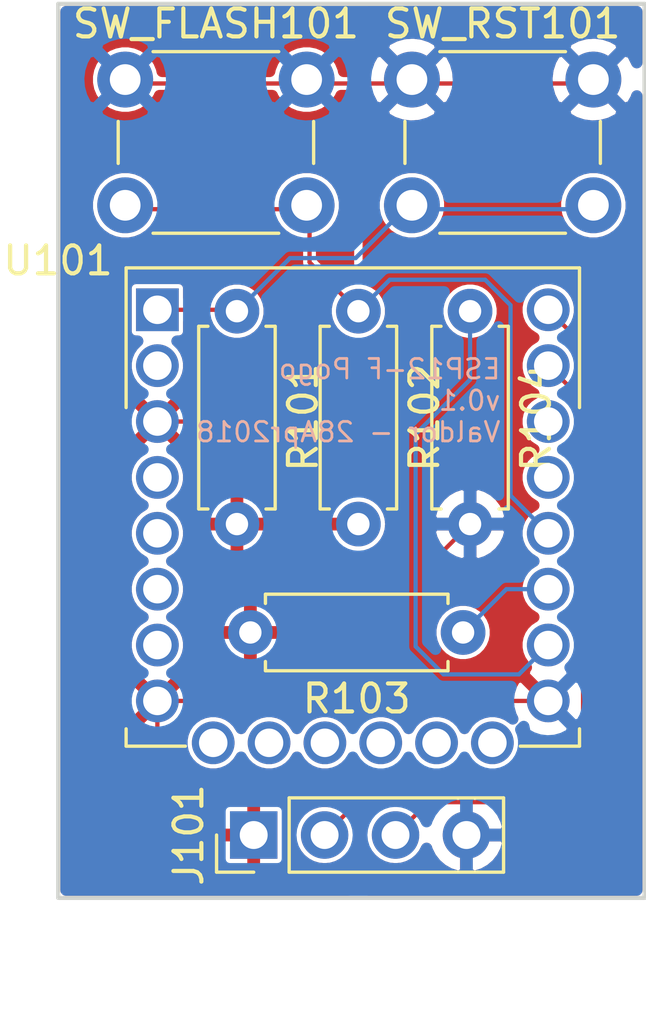
<source format=kicad_pcb>
(kicad_pcb (version 20171130) (host pcbnew "(5.0.0-rc2-dev-172-g17c0917da)")

  (general
    (thickness 1.6)
    (drawings 5)
    (tracks 59)
    (zones 0)
    (modules 8)
    (nets 22)
  )

  (page A4)
  (layers
    (0 F.Cu signal)
    (31 B.Cu signal)
    (32 B.Adhes user)
    (33 F.Adhes user)
    (34 B.Paste user)
    (35 F.Paste user)
    (36 B.SilkS user)
    (37 F.SilkS user)
    (38 B.Mask user)
    (39 F.Mask user)
    (40 Dwgs.User user)
    (41 Cmts.User user)
    (42 Eco1.User user)
    (43 Eco2.User user)
    (44 Edge.Cuts user)
    (45 Margin user)
    (46 B.CrtYd user)
    (47 F.CrtYd user)
    (48 B.Fab user)
    (49 F.Fab user)
  )

  (setup
    (last_trace_width 0.1524)
    (trace_clearance 0.1524)
    (zone_clearance 0)
    (zone_45_only yes)
    (trace_min 0.1524)
    (segment_width 0.2)
    (edge_width 0.15)
    (via_size 0.8)
    (via_drill 0.4)
    (via_min_size 0.127)
    (via_min_drill 0.254)
    (uvia_size 0.3)
    (uvia_drill 0.1)
    (uvias_allowed no)
    (uvia_min_size 0.2)
    (uvia_min_drill 0.1)
    (pcb_text_width 0.3)
    (pcb_text_size 1.5 1.5)
    (mod_edge_width 0.15)
    (mod_text_size 1 1)
    (mod_text_width 0.15)
    (pad_size 1.524 1.524)
    (pad_drill 0.762)
    (pad_to_mask_clearance 0.2)
    (aux_axis_origin 0 0)
    (visible_elements FFFFFF7F)
    (pcbplotparams
      (layerselection 0x010fc_ffffffff)
      (usegerberextensions false)
      (usegerberattributes false)
      (usegerberadvancedattributes false)
      (creategerberjobfile false)
      (excludeedgelayer true)
      (linewidth 0.100000)
      (plotframeref false)
      (viasonmask false)
      (mode 1)
      (useauxorigin false)
      (hpglpennumber 1)
      (hpglpenspeed 20)
      (hpglpendiameter 15)
      (psnegative false)
      (psa4output false)
      (plotreference true)
      (plotvalue true)
      (plotinvisibletext false)
      (padsonsilk false)
      (subtractmaskfromsilk false)
      (outputformat 1)
      (mirror false)
      (drillshape 1)
      (scaleselection 1)
      (outputdirectory ""))
  )

  (net 0 "")
  (net 1 "Net-(U101-Pad2)")
  (net 2 +3V3)
  (net 3 "Net-(U101-Pad4)")
  (net 4 "Net-(U101-Pad5)")
  (net 5 "Net-(U101-Pad6)")
  (net 6 "Net-(U101-Pad7)")
  (net 7 "Net-(U101-Pad9)")
  (net 8 "Net-(U101-Pad10)")
  (net 9 "Net-(U101-Pad11)")
  (net 10 "Net-(U101-Pad12)")
  (net 11 "Net-(U101-Pad13)")
  (net 12 "Net-(U101-Pad14)")
  (net 13 GND)
  (net 14 "Net-(R104-Pad1)")
  (net 15 "Net-(U101-Pad19)")
  (net 16 "Net-(U101-Pad20)")
  (net 17 RXD)
  (net 18 TXD)
  (net 19 "Net-(R102-Pad1)")
  (net 20 "Net-(R103-Pad1)")
  (net 21 "Net-(R101-Pad1)")

  (net_class Default "This is the default net class."
    (clearance 0.1524)
    (trace_width 0.1524)
    (via_dia 0.8)
    (via_drill 0.4)
    (uvia_dia 0.3)
    (uvia_drill 0.1)
    (add_net +3V3)
    (add_net GND)
    (add_net "Net-(R101-Pad1)")
    (add_net "Net-(R102-Pad1)")
    (add_net "Net-(R103-Pad1)")
    (add_net "Net-(R104-Pad1)")
    (add_net "Net-(U101-Pad10)")
    (add_net "Net-(U101-Pad11)")
    (add_net "Net-(U101-Pad12)")
    (add_net "Net-(U101-Pad13)")
    (add_net "Net-(U101-Pad14)")
    (add_net "Net-(U101-Pad19)")
    (add_net "Net-(U101-Pad2)")
    (add_net "Net-(U101-Pad20)")
    (add_net "Net-(U101-Pad4)")
    (add_net "Net-(U101-Pad5)")
    (add_net "Net-(U101-Pad6)")
    (add_net "Net-(U101-Pad7)")
    (add_net "Net-(U101-Pad9)")
    (add_net RXD)
    (add_net TXD)
  )

  (module Button_Switch_THT:SW_PUSH_6mm_H5mm (layer F.Cu) (tedit 5A02FE31) (tstamp 5AE9BC0F)
    (at 147.667401 47.7099)
    (descr "tactile push button, 6x6mm e.g. PHAP33xx series, height=5mm")
    (tags "tact sw push 6mm")
    (path /5AE4BA34)
    (fp_text reference SW_RST101 (at 3.25 -2) (layer F.SilkS)
      (effects (font (size 1 1) (thickness 0.15)))
    )
    (fp_text value SW_Push (at 3.75 6.7) (layer F.Fab)
      (effects (font (size 1 1) (thickness 0.15)))
    )
    (fp_circle (center 3.25 2.25) (end 1.25 2.5) (layer F.Fab) (width 0.1))
    (fp_line (start 6.75 3) (end 6.75 1.5) (layer F.SilkS) (width 0.12))
    (fp_line (start 5.5 -1) (end 1 -1) (layer F.SilkS) (width 0.12))
    (fp_line (start -0.25 1.5) (end -0.25 3) (layer F.SilkS) (width 0.12))
    (fp_line (start 1 5.5) (end 5.5 5.5) (layer F.SilkS) (width 0.12))
    (fp_line (start 8 -1.25) (end 8 5.75) (layer F.CrtYd) (width 0.05))
    (fp_line (start 7.75 6) (end -1.25 6) (layer F.CrtYd) (width 0.05))
    (fp_line (start -1.5 5.75) (end -1.5 -1.25) (layer F.CrtYd) (width 0.05))
    (fp_line (start -1.25 -1.5) (end 7.75 -1.5) (layer F.CrtYd) (width 0.05))
    (fp_line (start -1.5 6) (end -1.25 6) (layer F.CrtYd) (width 0.05))
    (fp_line (start -1.5 5.75) (end -1.5 6) (layer F.CrtYd) (width 0.05))
    (fp_line (start -1.5 -1.5) (end -1.25 -1.5) (layer F.CrtYd) (width 0.05))
    (fp_line (start -1.5 -1.25) (end -1.5 -1.5) (layer F.CrtYd) (width 0.05))
    (fp_line (start 8 -1.5) (end 8 -1.25) (layer F.CrtYd) (width 0.05))
    (fp_line (start 7.75 -1.5) (end 8 -1.5) (layer F.CrtYd) (width 0.05))
    (fp_line (start 8 6) (end 8 5.75) (layer F.CrtYd) (width 0.05))
    (fp_line (start 7.75 6) (end 8 6) (layer F.CrtYd) (width 0.05))
    (fp_line (start 0.25 -0.75) (end 3.25 -0.75) (layer F.Fab) (width 0.1))
    (fp_line (start 0.25 5.25) (end 0.25 -0.75) (layer F.Fab) (width 0.1))
    (fp_line (start 6.25 5.25) (end 0.25 5.25) (layer F.Fab) (width 0.1))
    (fp_line (start 6.25 -0.75) (end 6.25 5.25) (layer F.Fab) (width 0.1))
    (fp_line (start 3.25 -0.75) (end 6.25 -0.75) (layer F.Fab) (width 0.1))
    (fp_text user %R (at 3.25 2.25) (layer F.Fab)
      (effects (font (size 1 1) (thickness 0.15)))
    )
    (pad 1 thru_hole circle (at 6.5 0 90) (size 2 2) (drill 1.1) (layers *.Cu *.Mask)
      (net 13 GND))
    (pad 2 thru_hole circle (at 6.5 4.5 90) (size 2 2) (drill 1.1) (layers *.Cu *.Mask)
      (net 21 "Net-(R101-Pad1)"))
    (pad 1 thru_hole circle (at 0 0 90) (size 2 2) (drill 1.1) (layers *.Cu *.Mask)
      (net 13 GND))
    (pad 2 thru_hole circle (at 0 4.5 90) (size 2 2) (drill 1.1) (layers *.Cu *.Mask)
      (net 21 "Net-(R101-Pad1)"))
    (model ${KISYS3DMOD}/Button_Switch_THT.3dshapes/SW_PUSH_6mm_H5mm.wrl
      (at (xyz 0 0 0))
      (scale (xyz 1 1 1))
      (rotate (xyz 0 0 0))
    )
  )

  (module Button_Switch_THT:SW_PUSH_6mm_H5mm (layer F.Cu) (tedit 5A02FE31) (tstamp 5AE9BBF0)
    (at 137.396447 47.7099)
    (descr "tactile push button, 6x6mm e.g. PHAP33xx series, height=5mm")
    (tags "tact sw push 6mm")
    (path /5AE4BA6C)
    (fp_text reference SW_FLASH101 (at 3.25 -2) (layer F.SilkS)
      (effects (font (size 1 1) (thickness 0.15)))
    )
    (fp_text value SW_Push (at 3.75 6.7) (layer F.Fab)
      (effects (font (size 1 1) (thickness 0.15)))
    )
    (fp_text user %R (at 3.25 2.25) (layer F.Fab)
      (effects (font (size 1 1) (thickness 0.15)))
    )
    (fp_line (start 3.25 -0.75) (end 6.25 -0.75) (layer F.Fab) (width 0.1))
    (fp_line (start 6.25 -0.75) (end 6.25 5.25) (layer F.Fab) (width 0.1))
    (fp_line (start 6.25 5.25) (end 0.25 5.25) (layer F.Fab) (width 0.1))
    (fp_line (start 0.25 5.25) (end 0.25 -0.75) (layer F.Fab) (width 0.1))
    (fp_line (start 0.25 -0.75) (end 3.25 -0.75) (layer F.Fab) (width 0.1))
    (fp_line (start 7.75 6) (end 8 6) (layer F.CrtYd) (width 0.05))
    (fp_line (start 8 6) (end 8 5.75) (layer F.CrtYd) (width 0.05))
    (fp_line (start 7.75 -1.5) (end 8 -1.5) (layer F.CrtYd) (width 0.05))
    (fp_line (start 8 -1.5) (end 8 -1.25) (layer F.CrtYd) (width 0.05))
    (fp_line (start -1.5 -1.25) (end -1.5 -1.5) (layer F.CrtYd) (width 0.05))
    (fp_line (start -1.5 -1.5) (end -1.25 -1.5) (layer F.CrtYd) (width 0.05))
    (fp_line (start -1.5 5.75) (end -1.5 6) (layer F.CrtYd) (width 0.05))
    (fp_line (start -1.5 6) (end -1.25 6) (layer F.CrtYd) (width 0.05))
    (fp_line (start -1.25 -1.5) (end 7.75 -1.5) (layer F.CrtYd) (width 0.05))
    (fp_line (start -1.5 5.75) (end -1.5 -1.25) (layer F.CrtYd) (width 0.05))
    (fp_line (start 7.75 6) (end -1.25 6) (layer F.CrtYd) (width 0.05))
    (fp_line (start 8 -1.25) (end 8 5.75) (layer F.CrtYd) (width 0.05))
    (fp_line (start 1 5.5) (end 5.5 5.5) (layer F.SilkS) (width 0.12))
    (fp_line (start -0.25 1.5) (end -0.25 3) (layer F.SilkS) (width 0.12))
    (fp_line (start 5.5 -1) (end 1 -1) (layer F.SilkS) (width 0.12))
    (fp_line (start 6.75 3) (end 6.75 1.5) (layer F.SilkS) (width 0.12))
    (fp_circle (center 3.25 2.25) (end 1.25 2.5) (layer F.Fab) (width 0.1))
    (pad 2 thru_hole circle (at 0 4.5 90) (size 2 2) (drill 1.1) (layers *.Cu *.Mask)
      (net 19 "Net-(R102-Pad1)"))
    (pad 1 thru_hole circle (at 0 0 90) (size 2 2) (drill 1.1) (layers *.Cu *.Mask)
      (net 13 GND))
    (pad 2 thru_hole circle (at 6.5 4.5 90) (size 2 2) (drill 1.1) (layers *.Cu *.Mask)
      (net 19 "Net-(R102-Pad1)"))
    (pad 1 thru_hole circle (at 6.5 0 90) (size 2 2) (drill 1.1) (layers *.Cu *.Mask)
      (net 13 GND))
    (model ${KISYS3DMOD}/Button_Switch_THT.3dshapes/SW_PUSH_6mm_H5mm.wrl
      (at (xyz 0 0 0))
      (scale (xyz 1 1 1))
      (rotate (xyz 0 0 0))
    )
  )

  (module custom:ESP-12E (layer F.Cu) (tedit 5AE4D371) (tstamp 5AE9B896)
    (at 145.55 59.45)
    (descr "Wi-Fi Module, http://wiki.ai-thinker.com/_media/esp8266/docs/aithinker_esp_12f_datasheet_en.pdf")
    (tags "Wi-Fi Module")
    (path /5AE4B6A4)
    (attr smd)
    (fp_text reference U101 (at -10.56 -5.26) (layer F.SilkS)
      (effects (font (size 1 1) (thickness 0.15)))
    )
    (fp_text value ESP-12E (at -0.06 -12.78) (layer F.Fab)
      (effects (font (size 1 1) (thickness 0.15)))
    )
    (fp_line (start 8.12 0) (end 8.12 -5) (layer F.SilkS) (width 0.12))
    (fp_line (start -8.12 0) (end -8.12 -5) (layer F.SilkS) (width 0.12))
    (fp_line (start -8.12 12.12) (end -8.12 11.5) (layer F.SilkS) (width 0.12))
    (fp_line (start -6 12.12) (end -8.12 12.12) (layer F.SilkS) (width 0.12))
    (fp_line (start 8.12 12.12) (end 6 12.12) (layer F.SilkS) (width 0.12))
    (fp_line (start 8.12 11.5) (end 8.12 12.12) (layer F.SilkS) (width 0.12))
    (fp_line (start -8.12 -5) (end 8.12 -5) (layer F.SilkS) (width 0.12))
    (fp_line (start -9.05 13.1) (end -9.05 -7.000062) (layer F.CrtYd) (width 0.05))
    (fp_line (start 9.05 13.1) (end -9.05 13.1) (layer F.CrtYd) (width 0.05))
    (fp_line (start 9.05 -7.000062) (end 9.05 13.1) (layer F.CrtYd) (width 0.05))
    (fp_line (start -9.05 -7) (end 9.05 -7) (layer F.CrtYd) (width 0.05))
    (fp_line (start -8 -4) (end -8 -5) (layer F.Fab) (width 0.12))
    (fp_line (start -7.5 -3.5) (end -8 -4) (layer F.Fab) (width 0.12))
    (fp_line (start -8 -3) (end -7.5 -3.5) (layer F.Fab) (width 0.12))
    (fp_line (start -8 12) (end -8 -3) (layer F.Fab) (width 0.12))
    (fp_line (start 8 12) (end -8 12) (layer F.Fab) (width 0.12))
    (fp_line (start 8 -5) (end 8 12) (layer F.Fab) (width 0.12))
    (fp_line (start -8 -5) (end 8 -5) (layer F.Fab) (width 0.12))
    (fp_text user %R (at 0.49 -0.8) (layer F.Fab)
      (effects (font (size 1 1) (thickness 0.15)))
    )
    (pad 22 thru_hole circle (at 7 -3.5) (size 1.53 1.53) (drill 1.02) (layers *.Cu *.Mask)
      (net 18 TXD))
    (pad 21 thru_hole circle (at 7 -1.5) (size 1.53 1.53) (drill 1.02) (layers *.Cu *.Mask)
      (net 17 RXD))
    (pad 20 thru_hole circle (at 7 0.5) (size 1.53 1.53) (drill 1.02) (layers *.Cu *.Mask)
      (net 16 "Net-(U101-Pad20)"))
    (pad 19 thru_hole circle (at 7 2.5) (size 1.53 1.53) (drill 1.02) (layers *.Cu *.Mask)
      (net 15 "Net-(U101-Pad19)"))
    (pad 18 thru_hole circle (at 7 4.5) (size 1.53 1.53) (drill 1.02) (layers *.Cu *.Mask)
      (net 19 "Net-(R102-Pad1)"))
    (pad 17 thru_hole circle (at 7 6.5) (size 1.53 1.53) (drill 1.02) (layers *.Cu *.Mask)
      (net 20 "Net-(R103-Pad1)"))
    (pad 16 thru_hole circle (at 7 8.5) (size 1.53 1.53) (drill 1.02) (layers *.Cu *.Mask)
      (net 14 "Net-(R104-Pad1)"))
    (pad 15 thru_hole circle (at 7 10.5) (size 1.53 1.53) (drill 1.02) (layers *.Cu *.Mask)
      (net 13 GND))
    (pad 14 thru_hole circle (at 5 12) (size 1.53 1.53) (drill 1.02) (layers *.Cu *.Mask)
      (net 12 "Net-(U101-Pad14)"))
    (pad 13 thru_hole circle (at 3 12) (size 1.53 1.53) (drill 1.02) (layers *.Cu *.Mask)
      (net 11 "Net-(U101-Pad13)"))
    (pad 12 thru_hole circle (at 1 12) (size 1.53 1.53) (drill 1.02) (layers *.Cu *.Mask)
      (net 10 "Net-(U101-Pad12)"))
    (pad 11 thru_hole circle (at -1 12) (size 1.53 1.53) (drill 1.02) (layers *.Cu *.Mask)
      (net 9 "Net-(U101-Pad11)"))
    (pad 10 thru_hole circle (at -3 12) (size 1.53 1.53) (drill 1.02) (layers *.Cu *.Mask)
      (net 8 "Net-(U101-Pad10)"))
    (pad 9 thru_hole circle (at -5 12) (size 1.53 1.53) (drill 1.02) (layers *.Cu *.Mask)
      (net 7 "Net-(U101-Pad9)"))
    (pad 8 thru_hole circle (at -7 10.5) (size 1.53 1.53) (drill 1.02) (layers *.Cu *.Mask)
      (net 2 +3V3))
    (pad 7 thru_hole circle (at -7 8.5) (size 1.53 1.53) (drill 1.02) (layers *.Cu *.Mask)
      (net 6 "Net-(U101-Pad7)"))
    (pad 6 thru_hole circle (at -7 6.5) (size 1.53 1.53) (drill 1.02) (layers *.Cu *.Mask)
      (net 5 "Net-(U101-Pad6)"))
    (pad 5 thru_hole circle (at -7 4.5) (size 1.53 1.53) (drill 1.02) (layers *.Cu *.Mask)
      (net 4 "Net-(U101-Pad5)"))
    (pad 4 thru_hole circle (at -7 2.5) (size 1.53 1.53) (drill 1.02) (layers *.Cu *.Mask)
      (net 3 "Net-(U101-Pad4)"))
    (pad 3 thru_hole circle (at -7 0.5) (size 1.53 1.53) (drill 1.02) (layers *.Cu *.Mask)
      (net 2 +3V3))
    (pad 2 thru_hole circle (at -7 -1.5) (size 1.53 1.53) (drill 1.02) (layers *.Cu *.Mask)
      (net 1 "Net-(U101-Pad2)"))
    (pad 1 thru_hole rect (at -7 -3.5) (size 1.53 1.53) (drill 1.02) (layers *.Cu *.Mask)
      (net 21 "Net-(R101-Pad1)"))
    (model ${KISYS3DMOD}/RF_Module.3dshapes/ESP-12E.wrl
      (at (xyz 0 0 0))
      (scale (xyz 1 1 1))
      (rotate (xyz 0 0 0))
    )
  )

  (module Connector_PinHeader_2.54mm:PinHeader_1x04_P2.54mm_Vertical (layer F.Cu) (tedit 59FED5CC) (tstamp 5AE99715)
    (at 142 74.75 90)
    (descr "Through hole straight pin header, 1x04, 2.54mm pitch, single row")
    (tags "Through hole pin header THT 1x04 2.54mm single row")
    (path /5AE4D822)
    (fp_text reference J101 (at 0 -2.33 90) (layer F.SilkS)
      (effects (font (size 1 1) (thickness 0.15)))
    )
    (fp_text value Conn_01x04_Male (at 0 9.95 90) (layer F.Fab)
      (effects (font (size 1 1) (thickness 0.15)))
    )
    (fp_text user %R (at 0 3.81 180) (layer F.Fab)
      (effects (font (size 1 1) (thickness 0.15)))
    )
    (fp_line (start 1.8 -1.8) (end -1.8 -1.8) (layer F.CrtYd) (width 0.05))
    (fp_line (start 1.8 9.4) (end 1.8 -1.8) (layer F.CrtYd) (width 0.05))
    (fp_line (start -1.8 9.4) (end 1.8 9.4) (layer F.CrtYd) (width 0.05))
    (fp_line (start -1.8 -1.8) (end -1.8 9.4) (layer F.CrtYd) (width 0.05))
    (fp_line (start -1.33 -1.33) (end 0 -1.33) (layer F.SilkS) (width 0.12))
    (fp_line (start -1.33 0) (end -1.33 -1.33) (layer F.SilkS) (width 0.12))
    (fp_line (start -1.33 1.27) (end 1.33 1.27) (layer F.SilkS) (width 0.12))
    (fp_line (start 1.33 1.27) (end 1.33 8.95) (layer F.SilkS) (width 0.12))
    (fp_line (start -1.33 1.27) (end -1.33 8.95) (layer F.SilkS) (width 0.12))
    (fp_line (start -1.33 8.95) (end 1.33 8.95) (layer F.SilkS) (width 0.12))
    (fp_line (start -1.27 -0.635) (end -0.635 -1.27) (layer F.Fab) (width 0.1))
    (fp_line (start -1.27 8.89) (end -1.27 -0.635) (layer F.Fab) (width 0.1))
    (fp_line (start 1.27 8.89) (end -1.27 8.89) (layer F.Fab) (width 0.1))
    (fp_line (start 1.27 -1.27) (end 1.27 8.89) (layer F.Fab) (width 0.1))
    (fp_line (start -0.635 -1.27) (end 1.27 -1.27) (layer F.Fab) (width 0.1))
    (pad 4 thru_hole oval (at 0 7.62 90) (size 1.7 1.7) (drill 1) (layers *.Cu *.Mask)
      (net 13 GND))
    (pad 3 thru_hole oval (at 0 5.08 90) (size 1.7 1.7) (drill 1) (layers *.Cu *.Mask)
      (net 18 TXD))
    (pad 2 thru_hole oval (at 0 2.54 90) (size 1.7 1.7) (drill 1) (layers *.Cu *.Mask)
      (net 17 RXD))
    (pad 1 thru_hole rect (at 0 0 90) (size 1.7 1.7) (drill 1) (layers *.Cu *.Mask)
      (net 2 +3V3))
    (model ${KISYS3DMOD}/Connector_PinHeader_2.54mm.3dshapes/PinHeader_1x04_P2.54mm_Vertical.wrl
      (at (xyz 0 0 0))
      (scale (xyz 1 1 1))
      (rotate (xyz 0 0 0))
    )
  )

  (module Resistor_THT:R_Axial_DIN0207_L6.3mm_D2.5mm_P7.62mm_Horizontal (layer F.Cu) (tedit 5A24F4B6) (tstamp 5AE4F4E7)
    (at 149.75 56 270)
    (descr "Resistor, Axial_DIN0207 series, Axial, Horizontal, pin pitch=7.62mm, 0.25W = 1/4W, length*diameter=6.3*2.5mm^2, http://cdn-reichelt.de/documents/datenblatt/B400/1_4W%23YAG.pdf")
    (tags "Resistor Axial_DIN0207 series Axial Horizontal pin pitch 7.62mm 0.25W = 1/4W length 6.3mm diameter 2.5mm")
    (path /5AE4C8BB)
    (fp_text reference R104 (at 3.81 -2.37 270) (layer F.SilkS)
      (effects (font (size 1 1) (thickness 0.15)))
    )
    (fp_text value 10k (at 3.81 2.37 270) (layer F.Fab)
      (effects (font (size 1 1) (thickness 0.15)))
    )
    (fp_text user %R (at 3.81 0 270) (layer F.Fab)
      (effects (font (size 1 1) (thickness 0.15)))
    )
    (fp_line (start 8.7 -1.65) (end -1.05 -1.65) (layer F.CrtYd) (width 0.05))
    (fp_line (start 8.7 1.65) (end 8.7 -1.65) (layer F.CrtYd) (width 0.05))
    (fp_line (start -1.05 1.65) (end 8.7 1.65) (layer F.CrtYd) (width 0.05))
    (fp_line (start -1.05 -1.65) (end -1.05 1.65) (layer F.CrtYd) (width 0.05))
    (fp_line (start 7.08 1.37) (end 7.08 1.04) (layer F.SilkS) (width 0.12))
    (fp_line (start 0.54 1.37) (end 7.08 1.37) (layer F.SilkS) (width 0.12))
    (fp_line (start 0.54 1.04) (end 0.54 1.37) (layer F.SilkS) (width 0.12))
    (fp_line (start 7.08 -1.37) (end 7.08 -1.04) (layer F.SilkS) (width 0.12))
    (fp_line (start 0.54 -1.37) (end 7.08 -1.37) (layer F.SilkS) (width 0.12))
    (fp_line (start 0.54 -1.04) (end 0.54 -1.37) (layer F.SilkS) (width 0.12))
    (fp_line (start 7.62 0) (end 6.96 0) (layer F.Fab) (width 0.1))
    (fp_line (start 0 0) (end 0.66 0) (layer F.Fab) (width 0.1))
    (fp_line (start 6.96 -1.25) (end 0.66 -1.25) (layer F.Fab) (width 0.1))
    (fp_line (start 6.96 1.25) (end 6.96 -1.25) (layer F.Fab) (width 0.1))
    (fp_line (start 0.66 1.25) (end 6.96 1.25) (layer F.Fab) (width 0.1))
    (fp_line (start 0.66 -1.25) (end 0.66 1.25) (layer F.Fab) (width 0.1))
    (pad 2 thru_hole oval (at 7.62 0 270) (size 1.6 1.6) (drill 0.8) (layers *.Cu *.Mask)
      (net 13 GND))
    (pad 1 thru_hole circle (at 0 0 270) (size 1.6 1.6) (drill 0.8) (layers *.Cu *.Mask)
      (net 14 "Net-(R104-Pad1)"))
    (model ${KISYS3DMOD}/Resistor_THT.3dshapes/R_Axial_DIN0207_L6.3mm_D2.5mm_P7.62mm_Horizontal.wrl
      (at (xyz 0 0 0))
      (scale (xyz 1 1 1))
      (rotate (xyz 0 0 0))
    )
  )

  (module Resistor_THT:R_Axial_DIN0207_L6.3mm_D2.5mm_P7.62mm_Horizontal (layer F.Cu) (tedit 5A24F4B6) (tstamp 5AE4F4D0)
    (at 149.5 67.5 180)
    (descr "Resistor, Axial_DIN0207 series, Axial, Horizontal, pin pitch=7.62mm, 0.25W = 1/4W, length*diameter=6.3*2.5mm^2, http://cdn-reichelt.de/documents/datenblatt/B400/1_4W%23YAG.pdf")
    (tags "Resistor Axial_DIN0207 series Axial Horizontal pin pitch 7.62mm 0.25W = 1/4W length 6.3mm diameter 2.5mm")
    (path /5AE4C94C)
    (fp_text reference R103 (at 3.81 -2.37 180) (layer F.SilkS)
      (effects (font (size 1 1) (thickness 0.15)))
    )
    (fp_text value 10k (at 3.81 2.37 180) (layer F.Fab)
      (effects (font (size 1 1) (thickness 0.15)))
    )
    (fp_text user %R (at 3.81 0 180) (layer F.Fab)
      (effects (font (size 1 1) (thickness 0.15)))
    )
    (fp_line (start 8.7 -1.65) (end -1.05 -1.65) (layer F.CrtYd) (width 0.05))
    (fp_line (start 8.7 1.65) (end 8.7 -1.65) (layer F.CrtYd) (width 0.05))
    (fp_line (start -1.05 1.65) (end 8.7 1.65) (layer F.CrtYd) (width 0.05))
    (fp_line (start -1.05 -1.65) (end -1.05 1.65) (layer F.CrtYd) (width 0.05))
    (fp_line (start 7.08 1.37) (end 7.08 1.04) (layer F.SilkS) (width 0.12))
    (fp_line (start 0.54 1.37) (end 7.08 1.37) (layer F.SilkS) (width 0.12))
    (fp_line (start 0.54 1.04) (end 0.54 1.37) (layer F.SilkS) (width 0.12))
    (fp_line (start 7.08 -1.37) (end 7.08 -1.04) (layer F.SilkS) (width 0.12))
    (fp_line (start 0.54 -1.37) (end 7.08 -1.37) (layer F.SilkS) (width 0.12))
    (fp_line (start 0.54 -1.04) (end 0.54 -1.37) (layer F.SilkS) (width 0.12))
    (fp_line (start 7.62 0) (end 6.96 0) (layer F.Fab) (width 0.1))
    (fp_line (start 0 0) (end 0.66 0) (layer F.Fab) (width 0.1))
    (fp_line (start 6.96 -1.25) (end 0.66 -1.25) (layer F.Fab) (width 0.1))
    (fp_line (start 6.96 1.25) (end 6.96 -1.25) (layer F.Fab) (width 0.1))
    (fp_line (start 0.66 1.25) (end 6.96 1.25) (layer F.Fab) (width 0.1))
    (fp_line (start 0.66 -1.25) (end 0.66 1.25) (layer F.Fab) (width 0.1))
    (pad 2 thru_hole oval (at 7.62 0 180) (size 1.6 1.6) (drill 0.8) (layers *.Cu *.Mask)
      (net 2 +3V3))
    (pad 1 thru_hole circle (at 0 0 180) (size 1.6 1.6) (drill 0.8) (layers *.Cu *.Mask)
      (net 20 "Net-(R103-Pad1)"))
    (model ${KISYS3DMOD}/Resistor_THT.3dshapes/R_Axial_DIN0207_L6.3mm_D2.5mm_P7.62mm_Horizontal.wrl
      (at (xyz 0 0 0))
      (scale (xyz 1 1 1))
      (rotate (xyz 0 0 0))
    )
  )

  (module Resistor_THT:R_Axial_DIN0207_L6.3mm_D2.5mm_P7.62mm_Horizontal (layer F.Cu) (tedit 5A24F4B6) (tstamp 5AE4F4B9)
    (at 145.75 56 270)
    (descr "Resistor, Axial_DIN0207 series, Axial, Horizontal, pin pitch=7.62mm, 0.25W = 1/4W, length*diameter=6.3*2.5mm^2, http://cdn-reichelt.de/documents/datenblatt/B400/1_4W%23YAG.pdf")
    (tags "Resistor Axial_DIN0207 series Axial Horizontal pin pitch 7.62mm 0.25W = 1/4W length 6.3mm diameter 2.5mm")
    (path /5AE4BB6B)
    (fp_text reference R102 (at 3.81 -2.37 270) (layer F.SilkS)
      (effects (font (size 1 1) (thickness 0.15)))
    )
    (fp_text value 10k (at 3.81 2.37 270) (layer F.Fab)
      (effects (font (size 1 1) (thickness 0.15)))
    )
    (fp_text user %R (at 3.81 0 270) (layer F.Fab)
      (effects (font (size 1 1) (thickness 0.15)))
    )
    (fp_line (start 8.7 -1.65) (end -1.05 -1.65) (layer F.CrtYd) (width 0.05))
    (fp_line (start 8.7 1.65) (end 8.7 -1.65) (layer F.CrtYd) (width 0.05))
    (fp_line (start -1.05 1.65) (end 8.7 1.65) (layer F.CrtYd) (width 0.05))
    (fp_line (start -1.05 -1.65) (end -1.05 1.65) (layer F.CrtYd) (width 0.05))
    (fp_line (start 7.08 1.37) (end 7.08 1.04) (layer F.SilkS) (width 0.12))
    (fp_line (start 0.54 1.37) (end 7.08 1.37) (layer F.SilkS) (width 0.12))
    (fp_line (start 0.54 1.04) (end 0.54 1.37) (layer F.SilkS) (width 0.12))
    (fp_line (start 7.08 -1.37) (end 7.08 -1.04) (layer F.SilkS) (width 0.12))
    (fp_line (start 0.54 -1.37) (end 7.08 -1.37) (layer F.SilkS) (width 0.12))
    (fp_line (start 0.54 -1.04) (end 0.54 -1.37) (layer F.SilkS) (width 0.12))
    (fp_line (start 7.62 0) (end 6.96 0) (layer F.Fab) (width 0.1))
    (fp_line (start 0 0) (end 0.66 0) (layer F.Fab) (width 0.1))
    (fp_line (start 6.96 -1.25) (end 0.66 -1.25) (layer F.Fab) (width 0.1))
    (fp_line (start 6.96 1.25) (end 6.96 -1.25) (layer F.Fab) (width 0.1))
    (fp_line (start 0.66 1.25) (end 6.96 1.25) (layer F.Fab) (width 0.1))
    (fp_line (start 0.66 -1.25) (end 0.66 1.25) (layer F.Fab) (width 0.1))
    (pad 2 thru_hole oval (at 7.62 0 270) (size 1.6 1.6) (drill 0.8) (layers *.Cu *.Mask)
      (net 2 +3V3))
    (pad 1 thru_hole circle (at 0 0 270) (size 1.6 1.6) (drill 0.8) (layers *.Cu *.Mask)
      (net 19 "Net-(R102-Pad1)"))
    (model ${KISYS3DMOD}/Resistor_THT.3dshapes/R_Axial_DIN0207_L6.3mm_D2.5mm_P7.62mm_Horizontal.wrl
      (at (xyz 0 0 0))
      (scale (xyz 1 1 1))
      (rotate (xyz 0 0 0))
    )
  )

  (module Resistor_THT:R_Axial_DIN0207_L6.3mm_D2.5mm_P7.62mm_Horizontal (layer F.Cu) (tedit 5A24F4B6) (tstamp 5AE565F7)
    (at 141.4 56 270)
    (descr "Resistor, Axial_DIN0207 series, Axial, Horizontal, pin pitch=7.62mm, 0.25W = 1/4W, length*diameter=6.3*2.5mm^2, http://cdn-reichelt.de/documents/datenblatt/B400/1_4W%23YAG.pdf")
    (tags "Resistor Axial_DIN0207 series Axial Horizontal pin pitch 7.62mm 0.25W = 1/4W length 6.3mm diameter 2.5mm")
    (path /5AE4BBFA)
    (fp_text reference R101 (at 3.81 -2.37 270) (layer F.SilkS)
      (effects (font (size 1 1) (thickness 0.15)))
    )
    (fp_text value 10k (at 3.81 2.37 270) (layer F.Fab)
      (effects (font (size 1 1) (thickness 0.15)))
    )
    (fp_text user %R (at 3.81 0 270) (layer F.Fab)
      (effects (font (size 1 1) (thickness 0.15)))
    )
    (fp_line (start 8.7 -1.65) (end -1.05 -1.65) (layer F.CrtYd) (width 0.05))
    (fp_line (start 8.7 1.65) (end 8.7 -1.65) (layer F.CrtYd) (width 0.05))
    (fp_line (start -1.05 1.65) (end 8.7 1.65) (layer F.CrtYd) (width 0.05))
    (fp_line (start -1.05 -1.65) (end -1.05 1.65) (layer F.CrtYd) (width 0.05))
    (fp_line (start 7.08 1.37) (end 7.08 1.04) (layer F.SilkS) (width 0.12))
    (fp_line (start 0.54 1.37) (end 7.08 1.37) (layer F.SilkS) (width 0.12))
    (fp_line (start 0.54 1.04) (end 0.54 1.37) (layer F.SilkS) (width 0.12))
    (fp_line (start 7.08 -1.37) (end 7.08 -1.04) (layer F.SilkS) (width 0.12))
    (fp_line (start 0.54 -1.37) (end 7.08 -1.37) (layer F.SilkS) (width 0.12))
    (fp_line (start 0.54 -1.04) (end 0.54 -1.37) (layer F.SilkS) (width 0.12))
    (fp_line (start 7.62 0) (end 6.96 0) (layer F.Fab) (width 0.1))
    (fp_line (start 0 0) (end 0.66 0) (layer F.Fab) (width 0.1))
    (fp_line (start 6.96 -1.25) (end 0.66 -1.25) (layer F.Fab) (width 0.1))
    (fp_line (start 6.96 1.25) (end 6.96 -1.25) (layer F.Fab) (width 0.1))
    (fp_line (start 0.66 1.25) (end 6.96 1.25) (layer F.Fab) (width 0.1))
    (fp_line (start 0.66 -1.25) (end 0.66 1.25) (layer F.Fab) (width 0.1))
    (pad 2 thru_hole oval (at 7.62 0 270) (size 1.6 1.6) (drill 0.8) (layers *.Cu *.Mask)
      (net 2 +3V3))
    (pad 1 thru_hole circle (at 0 0 270) (size 1.6 1.6) (drill 0.8) (layers *.Cu *.Mask)
      (net 21 "Net-(R101-Pad1)"))
    (model ${KISYS3DMOD}/Resistor_THT.3dshapes/R_Axial_DIN0207_L6.3mm_D2.5mm_P7.62mm_Horizontal.wrl
      (at (xyz 0 0 0))
      (scale (xyz 1 1 1))
      (rotate (xyz 0 0 0))
    )
  )

  (gr_text "ESP12-F Pogo\nv0.1\nValdor - 28Apr2018" (at 150.9 59.2) (layer B.SilkS)
    (effects (font (size 0.7 0.7) (thickness 0.1)) (justify left mirror))
  )
  (gr_line (start 156 77) (end 156 45) (layer Edge.Cuts) (width 0.15))
  (gr_line (start 135 77) (end 156 77) (layer Edge.Cuts) (width 0.15))
  (gr_line (start 135 45) (end 135 77) (layer Edge.Cuts) (width 0.15))
  (gr_line (start 156 45) (end 135 45) (layer Edge.Cuts) (width 0.15))

  (segment (start 141.4 65.1) (end 141.88 65.58) (width 0.1524) (layer F.Cu) (net 2))
  (segment (start 141.88 65.58) (end 141.88 67.5) (width 0.1524) (layer F.Cu) (net 2))
  (segment (start 141.4 63.62) (end 141.4 65.1) (width 0.1524) (layer F.Cu) (net 2))
  (segment (start 141.4 61.3) (end 140.05 59.95) (width 0.1524) (layer F.Cu) (net 2))
  (segment (start 141.4 63.62) (end 141.4 61.3) (width 0.1524) (layer F.Cu) (net 2))
  (segment (start 140.05 59.95) (end 138.55 59.95) (width 0.1524) (layer F.Cu) (net 2))
  (segment (start 140.65 69.95) (end 141.88 68.72) (width 0.1524) (layer F.Cu) (net 2))
  (segment (start 138.55 69.95) (end 140.65 69.95) (width 0.1524) (layer F.Cu) (net 2))
  (segment (start 141.88 68.72) (end 141.88 67.5) (width 0.1524) (layer F.Cu) (net 2))
  (segment (start 141.75 67.37) (end 141.88 67.5) (width 0.1524) (layer F.Cu) (net 2))
  (segment (start 141.75 63.62) (end 142.88137 63.62) (width 0.1524) (layer F.Cu) (net 2))
  (segment (start 142.88137 63.62) (end 145.75 63.62) (width 0.1524) (layer F.Cu) (net 2))
  (segment (start 142 74.75) (end 140.9 74.75) (width 0.1524) (layer F.Cu) (net 2))
  (segment (start 138.55 72.4) (end 138.55 71.031873) (width 0.1524) (layer F.Cu) (net 2))
  (segment (start 140.9 74.75) (end 138.55 72.4) (width 0.1524) (layer F.Cu) (net 2))
  (segment (start 138.55 71.031873) (end 138.55 69.95) (width 0.1524) (layer F.Cu) (net 2))
  (segment (start 147.8 65.57) (end 147.8 68) (width 0.1524) (layer F.Cu) (net 13))
  (segment (start 149.75 63.62) (end 147.8 65.57) (width 0.1524) (layer F.Cu) (net 13))
  (segment (start 147.8 68) (end 149.75 69.95) (width 0.1524) (layer F.Cu) (net 13))
  (segment (start 151.468127 69.95) (end 152.55 69.95) (width 0.1524) (layer F.Cu) (net 13))
  (segment (start 149.75 69.95) (end 151.468127 69.95) (width 0.1524) (layer F.Cu) (net 13))
  (segment (start 147.4 47.85) (end 144 47.85) (width 0.1524) (layer F.Cu) (net 13))
  (segment (start 137.5 47.85) (end 144 47.85) (width 0.1524) (layer F.Cu) (net 13))
  (segment (start 148.15 47.85) (end 154.65 47.85) (width 0.1524) (layer F.Cu) (net 13))
  (segment (start 151.5 69) (end 148.8 69) (width 0.1524) (layer B.Cu) (net 14))
  (segment (start 152.55 67.95) (end 151.5 69) (width 0.1524) (layer B.Cu) (net 14))
  (segment (start 148.8 69) (end 147.8 68) (width 0.1524) (layer B.Cu) (net 14))
  (segment (start 147.8 68) (end 147.8 60.4) (width 0.1524) (layer B.Cu) (net 14))
  (segment (start 147.8 60.4) (end 149.75 58.45) (width 0.1524) (layer B.Cu) (net 14))
  (segment (start 149.75 58.45) (end 149.75 56) (width 0.1524) (layer B.Cu) (net 14))
  (segment (start 145.389999 73.900001) (end 144.54 74.75) (width 0.1524) (layer F.Cu) (net 17))
  (segment (start 152.55 57.95) (end 153.797589 59.197589) (width 0.1524) (layer F.Cu) (net 17))
  (segment (start 153.797589 59.197589) (end 153.797589 71.452411) (width 0.1524) (layer F.Cu) (net 17))
  (segment (start 153.797589 71.452411) (end 152.125012 73.124988) (width 0.1524) (layer F.Cu) (net 17))
  (segment (start 146.165011 73.124989) (end 145.389999 73.900001) (width 0.1524) (layer F.Cu) (net 17))
  (segment (start 152.125012 73.124988) (end 146.165011 73.124989) (width 0.1524) (layer F.Cu) (net 17))
  (segment (start 147.08 74.75) (end 148.255001 73.574999) (width 0.1524) (layer F.Cu) (net 18))
  (segment (start 148.255001 73.574999) (end 152.425001 73.574999) (width 0.1524) (layer F.Cu) (net 18))
  (segment (start 152.425001 73.574999) (end 154.2 71.8) (width 0.1524) (layer F.Cu) (net 18))
  (segment (start 154.2 71.8) (end 154.2 57.6) (width 0.1524) (layer F.Cu) (net 18))
  (segment (start 154.2 57.6) (end 153.314999 56.714999) (width 0.1524) (layer F.Cu) (net 18))
  (segment (start 153.314999 56.714999) (end 152.55 55.95) (width 0.1524) (layer F.Cu) (net 18))
  (segment (start 144 52.35) (end 144 54.25) (width 0.1524) (layer F.Cu) (net 19))
  (segment (start 144 54.25) (end 145.75 56) (width 0.1524) (layer F.Cu) (net 19))
  (segment (start 137.5 52.35) (end 144 52.35) (width 0.1524) (layer F.Cu) (net 19))
  (segment (start 146.875001 54.874999) (end 150.290001 54.874999) (width 0.1524) (layer B.Cu) (net 19))
  (segment (start 145.75 56) (end 146.875001 54.874999) (width 0.1524) (layer B.Cu) (net 19))
  (segment (start 150.290001 54.874999) (end 151.2 55.784998) (width 0.1524) (layer B.Cu) (net 19))
  (segment (start 151.2 55.784998) (end 151.2 62.6) (width 0.1524) (layer B.Cu) (net 19))
  (segment (start 151.2 62.6) (end 151.8 63.2) (width 0.1524) (layer B.Cu) (net 19))
  (segment (start 151.8 63.2) (end 152.55 63.95) (width 0.1524) (layer B.Cu) (net 19))
  (segment (start 152.55 65.95) (end 151.05 65.95) (width 0.1524) (layer B.Cu) (net 20))
  (segment (start 151.05 65.95) (end 149.5 67.5) (width 0.1524) (layer B.Cu) (net 20))
  (segment (start 143.3 54.1) (end 145.65 54.1) (width 0.1524) (layer B.Cu) (net 21))
  (segment (start 145.65 54.1) (end 147.4 52.35) (width 0.1524) (layer B.Cu) (net 21))
  (segment (start 141.4 56) (end 143.3 54.1) (width 0.1524) (layer B.Cu) (net 21))
  (segment (start 147.4 52.35) (end 153.9 52.35) (width 0.1524) (layer B.Cu) (net 21))
  (segment (start 138.55 55.95) (end 141.7 55.95) (width 0.1524) (layer F.Cu) (net 21))
  (segment (start 141.7 55.95) (end 141.75 56) (width 0.1524) (layer F.Cu) (net 21))

  (zone (net 13) (net_name GND) (layer F.Cu) (tstamp 5AE4CA6B) (hatch edge 0.508)
    (priority 6)
    (connect_pads (clearance 0))
    (min_thickness 0.4064)
    (fill yes (arc_segments 32) (thermal_gap 0.4564) (thermal_bridge_width 0.4564))
    (polygon
      (pts
        (xy 145.9 77) (xy 145.9 45) (xy 156 45) (xy 156 77)
      )
    )
    (filled_polygon
      (pts
        (xy 155.721801 47.106678) (xy 155.576067 46.817348) (xy 155.531085 46.750027) (xy 155.247522 46.665134) (xy 154.202756 47.7099)
        (xy 155.247522 48.754666) (xy 155.531085 48.669773) (xy 155.692144 48.385287) (xy 155.721801 48.295434) (xy 155.7218 76.7218)
        (xy 146.1032 76.7218) (xy 146.1032 75.460164) (xy 146.223388 75.606612) (xy 146.406964 75.75727) (xy 146.616405 75.869218)
        (xy 146.843661 75.938156) (xy 147.020776 75.9556) (xy 147.139224 75.9556) (xy 147.316339 75.938156) (xy 147.543595 75.869218)
        (xy 147.753036 75.75727) (xy 147.936612 75.606612) (xy 148.08727 75.423036) (xy 148.192908 75.2254) (xy 148.212552 75.295881)
        (xy 148.346092 75.559972) (xy 148.528587 75.792936) (xy 148.753025 75.98582) (xy 149.01078 76.131212) (xy 149.291947 76.223525)
        (xy 149.359187 76.236899) (xy 149.595 76.094468) (xy 149.595 74.775) (xy 149.645 74.775) (xy 149.645 76.094468)
        (xy 149.880813 76.236899) (xy 149.948053 76.223525) (xy 150.22922 76.131212) (xy 150.486975 75.98582) (xy 150.711413 75.792936)
        (xy 150.893908 75.559972) (xy 151.027448 75.295881) (xy 151.1069 75.010813) (xy 150.964494 74.775) (xy 149.645 74.775)
        (xy 149.595 74.775) (xy 149.575 74.775) (xy 149.575 74.725) (xy 149.595 74.725) (xy 149.595 74.705)
        (xy 149.645 74.705) (xy 149.645 74.725) (xy 150.964494 74.725) (xy 151.1069 74.489187) (xy 151.027448 74.204119)
        (xy 150.927671 74.006799) (xy 152.403791 74.006799) (xy 152.425001 74.008888) (xy 152.446211 74.006799) (xy 152.509649 74.000551)
        (xy 152.591043 73.97586) (xy 152.666057 73.935765) (xy 152.731807 73.881805) (xy 152.745336 73.86532) (xy 154.490328 72.120329)
        (xy 154.506806 72.106806) (xy 154.560766 72.041056) (xy 154.600861 71.966042) (xy 154.625552 71.884648) (xy 154.6318 71.82121)
        (xy 154.6318 71.821209) (xy 154.633889 71.8) (xy 154.6318 71.77879) (xy 154.6318 57.621202) (xy 154.633888 57.599999)
        (xy 154.6318 57.578796) (xy 154.6318 57.57879) (xy 154.625552 57.515352) (xy 154.600861 57.433958) (xy 154.560766 57.358944)
        (xy 154.506806 57.293194) (xy 154.490332 57.279674) (xy 153.635329 56.424673) (xy 153.635325 56.424668) (xy 153.586527 56.37587)
        (xy 153.627536 56.276867) (xy 153.6706 56.060369) (xy 153.6706 55.839631) (xy 153.627536 55.623133) (xy 153.543063 55.419197)
        (xy 153.420427 55.235659) (xy 153.264341 55.079573) (xy 153.080803 54.956937) (xy 152.876867 54.872464) (xy 152.660369 54.8294)
        (xy 152.439631 54.8294) (xy 152.223133 54.872464) (xy 152.019197 54.956937) (xy 151.835659 55.079573) (xy 151.679573 55.235659)
        (xy 151.556937 55.419197) (xy 151.472464 55.623133) (xy 151.4294 55.839631) (xy 151.4294 56.060369) (xy 151.472464 56.276867)
        (xy 151.556937 56.480803) (xy 151.679573 56.664341) (xy 151.835659 56.820427) (xy 152.019197 56.943063) (xy 152.035944 56.95)
        (xy 152.019197 56.956937) (xy 151.835659 57.079573) (xy 151.679573 57.235659) (xy 151.556937 57.419197) (xy 151.472464 57.623133)
        (xy 151.4294 57.839631) (xy 151.4294 58.060369) (xy 151.472464 58.276867) (xy 151.556937 58.480803) (xy 151.679573 58.664341)
        (xy 151.835659 58.820427) (xy 152.019197 58.943063) (xy 152.035944 58.95) (xy 152.019197 58.956937) (xy 151.835659 59.079573)
        (xy 151.679573 59.235659) (xy 151.556937 59.419197) (xy 151.472464 59.623133) (xy 151.4294 59.839631) (xy 151.4294 60.060369)
        (xy 151.472464 60.276867) (xy 151.556937 60.480803) (xy 151.679573 60.664341) (xy 151.835659 60.820427) (xy 152.019197 60.943063)
        (xy 152.035944 60.95) (xy 152.019197 60.956937) (xy 151.835659 61.079573) (xy 151.679573 61.235659) (xy 151.556937 61.419197)
        (xy 151.472464 61.623133) (xy 151.4294 61.839631) (xy 151.4294 62.060369) (xy 151.472464 62.276867) (xy 151.556937 62.480803)
        (xy 151.679573 62.664341) (xy 151.835659 62.820427) (xy 152.019197 62.943063) (xy 152.035944 62.95) (xy 152.019197 62.956937)
        (xy 151.835659 63.079573) (xy 151.679573 63.235659) (xy 151.556937 63.419197) (xy 151.472464 63.623133) (xy 151.4294 63.839631)
        (xy 151.4294 64.060369) (xy 151.472464 64.276867) (xy 151.556937 64.480803) (xy 151.679573 64.664341) (xy 151.835659 64.820427)
        (xy 152.019197 64.943063) (xy 152.035944 64.95) (xy 152.019197 64.956937) (xy 151.835659 65.079573) (xy 151.679573 65.235659)
        (xy 151.556937 65.419197) (xy 151.472464 65.623133) (xy 151.4294 65.839631) (xy 151.4294 66.060369) (xy 151.472464 66.276867)
        (xy 151.556937 66.480803) (xy 151.679573 66.664341) (xy 151.835659 66.820427) (xy 152.019197 66.943063) (xy 152.035944 66.95)
        (xy 152.019197 66.956937) (xy 151.835659 67.079573) (xy 151.679573 67.235659) (xy 151.556937 67.419197) (xy 151.472464 67.623133)
        (xy 151.4294 67.839631) (xy 151.4294 68.060369) (xy 151.472464 68.276867) (xy 151.556937 68.480803) (xy 151.679573 68.664341)
        (xy 151.76711 68.751878) (xy 151.728943 68.777379) (xy 151.672236 69.03688) (xy 152.55 69.914645) (xy 152.564142 69.900502)
        (xy 152.599498 69.935858) (xy 152.585355 69.95) (xy 152.599498 69.964142) (xy 152.564142 69.999498) (xy 152.55 69.985355)
        (xy 152.535858 69.999498) (xy 152.500502 69.964142) (xy 152.514645 69.95) (xy 151.63688 69.072236) (xy 151.377379 69.128943)
        (xy 151.23973 69.373487) (xy 151.152435 69.640185) (xy 151.118847 69.91879) (xy 151.140257 70.198594) (xy 151.215844 70.468844)
        (xy 151.27979 70.595022) (xy 151.264341 70.579573) (xy 151.080803 70.456937) (xy 150.876867 70.372464) (xy 150.660369 70.3294)
        (xy 150.439631 70.3294) (xy 150.223133 70.372464) (xy 150.019197 70.456937) (xy 149.835659 70.579573) (xy 149.679573 70.735659)
        (xy 149.556937 70.919197) (xy 149.55 70.935944) (xy 149.543063 70.919197) (xy 149.420427 70.735659) (xy 149.264341 70.579573)
        (xy 149.080803 70.456937) (xy 148.876867 70.372464) (xy 148.660369 70.3294) (xy 148.439631 70.3294) (xy 148.223133 70.372464)
        (xy 148.019197 70.456937) (xy 147.835659 70.579573) (xy 147.679573 70.735659) (xy 147.556937 70.919197) (xy 147.55 70.935944)
        (xy 147.543063 70.919197) (xy 147.420427 70.735659) (xy 147.264341 70.579573) (xy 147.080803 70.456937) (xy 146.876867 70.372464)
        (xy 146.660369 70.3294) (xy 146.439631 70.3294) (xy 146.223133 70.372464) (xy 146.1032 70.422142) (xy 146.1032 67.386183)
        (xy 148.3444 67.386183) (xy 148.3444 67.613817) (xy 148.388809 67.837076) (xy 148.475921 68.047382) (xy 148.602387 68.236652)
        (xy 148.763348 68.397613) (xy 148.952618 68.524079) (xy 149.162924 68.611191) (xy 149.386183 68.6556) (xy 149.613817 68.6556)
        (xy 149.837076 68.611191) (xy 150.047382 68.524079) (xy 150.236652 68.397613) (xy 150.397613 68.236652) (xy 150.524079 68.047382)
        (xy 150.611191 67.837076) (xy 150.6556 67.613817) (xy 150.6556 67.386183) (xy 150.611191 67.162924) (xy 150.524079 66.952618)
        (xy 150.397613 66.763348) (xy 150.236652 66.602387) (xy 150.047382 66.475921) (xy 149.837076 66.388809) (xy 149.613817 66.3444)
        (xy 149.386183 66.3444) (xy 149.162924 66.388809) (xy 148.952618 66.475921) (xy 148.763348 66.602387) (xy 148.602387 66.763348)
        (xy 148.475921 66.952618) (xy 148.388809 67.162924) (xy 148.3444 67.386183) (xy 146.1032 67.386183) (xy 146.1032 64.720457)
        (xy 146.194369 64.692801) (xy 146.395123 64.585495) (xy 146.571086 64.441086) (xy 146.715495 64.265123) (xy 146.822801 64.064369)
        (xy 146.880854 63.872991) (xy 148.312491 63.872991) (xy 148.389468 64.148574) (xy 148.51873 64.403844) (xy 148.695309 64.628992)
        (xy 148.912419 64.815365) (xy 149.161717 64.9558) (xy 149.433622 65.044901) (xy 149.49701 65.057508) (xy 149.725 64.914459)
        (xy 149.725 63.645) (xy 149.775 63.645) (xy 149.775 64.914459) (xy 150.00299 65.057508) (xy 150.066378 65.044901)
        (xy 150.338283 64.9558) (xy 150.587581 64.815365) (xy 150.804691 64.628992) (xy 150.98127 64.403844) (xy 151.110532 64.148574)
        (xy 151.187509 63.872991) (xy 151.044487 63.645) (xy 149.775 63.645) (xy 149.725 63.645) (xy 148.455513 63.645)
        (xy 148.312491 63.872991) (xy 146.880854 63.872991) (xy 146.888879 63.846537) (xy 146.911191 63.62) (xy 146.888879 63.393463)
        (xy 146.880855 63.367009) (xy 148.312491 63.367009) (xy 148.455513 63.595) (xy 149.725 63.595) (xy 149.725 62.325541)
        (xy 149.775 62.325541) (xy 149.775 63.595) (xy 151.044487 63.595) (xy 151.187509 63.367009) (xy 151.110532 63.091426)
        (xy 150.98127 62.836156) (xy 150.804691 62.611008) (xy 150.587581 62.424635) (xy 150.338283 62.2842) (xy 150.066378 62.195099)
        (xy 150.00299 62.182492) (xy 149.775 62.325541) (xy 149.725 62.325541) (xy 149.49701 62.182492) (xy 149.433622 62.195099)
        (xy 149.161717 62.2842) (xy 148.912419 62.424635) (xy 148.695309 62.611008) (xy 148.51873 62.836156) (xy 148.389468 63.091426)
        (xy 148.312491 63.367009) (xy 146.880855 63.367009) (xy 146.822801 63.175631) (xy 146.715495 62.974877) (xy 146.571086 62.798914)
        (xy 146.395123 62.654505) (xy 146.194369 62.547199) (xy 146.1032 62.519543) (xy 146.1032 57.104512) (xy 146.297382 57.024079)
        (xy 146.486652 56.897613) (xy 146.647613 56.736652) (xy 146.774079 56.547382) (xy 146.861191 56.337076) (xy 146.9056 56.113817)
        (xy 146.9056 55.886183) (xy 148.5944 55.886183) (xy 148.5944 56.113817) (xy 148.638809 56.337076) (xy 148.725921 56.547382)
        (xy 148.852387 56.736652) (xy 149.013348 56.897613) (xy 149.202618 57.024079) (xy 149.412924 57.111191) (xy 149.636183 57.1556)
        (xy 149.863817 57.1556) (xy 150.087076 57.111191) (xy 150.297382 57.024079) (xy 150.486652 56.897613) (xy 150.647613 56.736652)
        (xy 150.774079 56.547382) (xy 150.861191 56.337076) (xy 150.9056 56.113817) (xy 150.9056 55.886183) (xy 150.861191 55.662924)
        (xy 150.774079 55.452618) (xy 150.647613 55.263348) (xy 150.486652 55.102387) (xy 150.297382 54.975921) (xy 150.087076 54.888809)
        (xy 149.863817 54.8444) (xy 149.636183 54.8444) (xy 149.412924 54.888809) (xy 149.202618 54.975921) (xy 149.013348 55.102387)
        (xy 148.852387 55.263348) (xy 148.725921 55.452618) (xy 148.638809 55.662924) (xy 148.5944 55.886183) (xy 146.9056 55.886183)
        (xy 146.861191 55.662924) (xy 146.774079 55.452618) (xy 146.647613 55.263348) (xy 146.486652 55.102387) (xy 146.297382 54.975921)
        (xy 146.1032 54.895488) (xy 146.1032 52.076385) (xy 146.311801 52.076385) (xy 146.311801 52.343415) (xy 146.363896 52.605314)
        (xy 146.466084 52.852017) (xy 146.614438 53.074045) (xy 146.803256 53.262863) (xy 147.025284 53.411217) (xy 147.271987 53.513405)
        (xy 147.533886 53.5655) (xy 147.800916 53.5655) (xy 148.062815 53.513405) (xy 148.309518 53.411217) (xy 148.531546 53.262863)
        (xy 148.720364 53.074045) (xy 148.868718 52.852017) (xy 148.970906 52.605314) (xy 149.023001 52.343415) (xy 149.023001 52.076385)
        (xy 152.811801 52.076385) (xy 152.811801 52.343415) (xy 152.863896 52.605314) (xy 152.966084 52.852017) (xy 153.114438 53.074045)
        (xy 153.303256 53.262863) (xy 153.525284 53.411217) (xy 153.771987 53.513405) (xy 154.033886 53.5655) (xy 154.300916 53.5655)
        (xy 154.562815 53.513405) (xy 154.809518 53.411217) (xy 155.031546 53.262863) (xy 155.220364 53.074045) (xy 155.368718 52.852017)
        (xy 155.470906 52.605314) (xy 155.523001 52.343415) (xy 155.523001 52.076385) (xy 155.470906 51.814486) (xy 155.368718 51.567783)
        (xy 155.220364 51.345755) (xy 155.031546 51.156937) (xy 154.809518 51.008583) (xy 154.562815 50.906395) (xy 154.300916 50.8543)
        (xy 154.033886 50.8543) (xy 153.771987 50.906395) (xy 153.525284 51.008583) (xy 153.303256 51.156937) (xy 153.114438 51.345755)
        (xy 152.966084 51.567783) (xy 152.863896 51.814486) (xy 152.811801 52.076385) (xy 149.023001 52.076385) (xy 148.970906 51.814486)
        (xy 148.868718 51.567783) (xy 148.720364 51.345755) (xy 148.531546 51.156937) (xy 148.309518 51.008583) (xy 148.062815 50.906395)
        (xy 147.800916 50.8543) (xy 147.533886 50.8543) (xy 147.271987 50.906395) (xy 147.025284 51.008583) (xy 146.803256 51.156937)
        (xy 146.614438 51.345755) (xy 146.466084 51.567783) (xy 146.363896 51.814486) (xy 146.311801 52.076385) (xy 146.1032 52.076385)
        (xy 146.1032 48.790021) (xy 146.622635 48.790021) (xy 146.707528 49.073584) (xy 146.992014 49.234643) (xy 147.302453 49.337107)
        (xy 147.626918 49.377039) (xy 147.952938 49.352903) (xy 148.267986 49.265628) (xy 148.559953 49.118566) (xy 148.627274 49.073584)
        (xy 148.712167 48.790021) (xy 153.122635 48.790021) (xy 153.207528 49.073584) (xy 153.492014 49.234643) (xy 153.802453 49.337107)
        (xy 154.126918 49.377039) (xy 154.452938 49.352903) (xy 154.767986 49.265628) (xy 155.059953 49.118566) (xy 155.127274 49.073584)
        (xy 155.212167 48.790021) (xy 154.167401 47.745255) (xy 153.122635 48.790021) (xy 148.712167 48.790021) (xy 147.667401 47.745255)
        (xy 146.622635 48.790021) (xy 146.1032 48.790021) (xy 146.1032 48.279899) (xy 146.111673 48.310485) (xy 146.258735 48.602452)
        (xy 146.303717 48.669773) (xy 146.58728 48.754666) (xy 147.632046 47.7099) (xy 147.702756 47.7099) (xy 148.747522 48.754666)
        (xy 149.031085 48.669773) (xy 149.192144 48.385287) (xy 149.294608 48.074848) (xy 149.33454 47.750383) (xy 149.328546 47.669417)
        (xy 152.500262 47.669417) (xy 152.524398 47.995437) (xy 152.611673 48.310485) (xy 152.758735 48.602452) (xy 152.803717 48.669773)
        (xy 153.08728 48.754666) (xy 154.132046 47.7099) (xy 153.08728 46.665134) (xy 152.803717 46.750027) (xy 152.642658 47.034513)
        (xy 152.540194 47.344952) (xy 152.500262 47.669417) (xy 149.328546 47.669417) (xy 149.310404 47.424363) (xy 149.223129 47.109315)
        (xy 149.076067 46.817348) (xy 149.031085 46.750027) (xy 148.747522 46.665134) (xy 147.702756 47.7099) (xy 147.632046 47.7099)
        (xy 146.58728 46.665134) (xy 146.303717 46.750027) (xy 146.142658 47.034513) (xy 146.1032 47.15406) (xy 146.1032 46.629779)
        (xy 146.622635 46.629779) (xy 147.667401 47.674545) (xy 148.712167 46.629779) (xy 153.122635 46.629779) (xy 154.167401 47.674545)
        (xy 155.212167 46.629779) (xy 155.127274 46.346216) (xy 154.842788 46.185157) (xy 154.532349 46.082693) (xy 154.207884 46.042761)
        (xy 153.881864 46.066897) (xy 153.566816 46.154172) (xy 153.274849 46.301234) (xy 153.207528 46.346216) (xy 153.122635 46.629779)
        (xy 148.712167 46.629779) (xy 148.627274 46.346216) (xy 148.342788 46.185157) (xy 148.032349 46.082693) (xy 147.707884 46.042761)
        (xy 147.381864 46.066897) (xy 147.066816 46.154172) (xy 146.774849 46.301234) (xy 146.707528 46.346216) (xy 146.622635 46.629779)
        (xy 146.1032 46.629779) (xy 146.1032 45.2782) (xy 155.721801 45.2782)
      )
    )
  )
  (zone (net 2) (net_name +3V3) (layer F.Cu) (tstamp 5AE9A3C4) (hatch edge 0.508)
    (priority 6)
    (connect_pads (clearance 0))
    (min_thickness 0.4064)
    (fill yes (arc_segments 32) (thermal_gap 0.4564) (thermal_bridge_width 0.4564))
    (polygon
      (pts
        (xy 135 77) (xy 135 45) (xy 145.6 45) (xy 145.6 77)
      )
    )
    (filled_polygon
      (pts
        (xy 145.3968 47.4182) (xy 145.220582 47.4182) (xy 145.199952 47.314486) (xy 145.097764 47.067783) (xy 144.94941 46.845755)
        (xy 144.760592 46.656937) (xy 144.538564 46.508583) (xy 144.291861 46.406395) (xy 144.029962 46.3543) (xy 143.762932 46.3543)
        (xy 143.501033 46.406395) (xy 143.25433 46.508583) (xy 143.032302 46.656937) (xy 142.843484 46.845755) (xy 142.69513 47.067783)
        (xy 142.592942 47.314486) (xy 142.572312 47.4182) (xy 138.720582 47.4182) (xy 138.699952 47.314486) (xy 138.597764 47.067783)
        (xy 138.44941 46.845755) (xy 138.260592 46.656937) (xy 138.038564 46.508583) (xy 137.791861 46.406395) (xy 137.529962 46.3543)
        (xy 137.262932 46.3543) (xy 137.001033 46.406395) (xy 136.75433 46.508583) (xy 136.532302 46.656937) (xy 136.343484 46.845755)
        (xy 136.19513 47.067783) (xy 136.092942 47.314486) (xy 136.040847 47.576385) (xy 136.040847 47.843415) (xy 136.092942 48.105314)
        (xy 136.19513 48.352017) (xy 136.343484 48.574045) (xy 136.532302 48.762863) (xy 136.75433 48.911217) (xy 137.001033 49.013405)
        (xy 137.262932 49.0655) (xy 137.529962 49.0655) (xy 137.791861 49.013405) (xy 138.038564 48.911217) (xy 138.260592 48.762863)
        (xy 138.44941 48.574045) (xy 138.597764 48.352017) (xy 138.626849 48.2818) (xy 142.666045 48.2818) (xy 142.69513 48.352017)
        (xy 142.843484 48.574045) (xy 143.032302 48.762863) (xy 143.25433 48.911217) (xy 143.501033 49.013405) (xy 143.762932 49.0655)
        (xy 144.029962 49.0655) (xy 144.291861 49.013405) (xy 144.538564 48.911217) (xy 144.760592 48.762863) (xy 144.94941 48.574045)
        (xy 145.097764 48.352017) (xy 145.126849 48.2818) (xy 145.3968 48.2818) (xy 145.3968 54.895488) (xy 145.297342 54.936685)
        (xy 144.4318 54.071144) (xy 144.4318 53.45544) (xy 144.538564 53.411217) (xy 144.760592 53.262863) (xy 144.94941 53.074045)
        (xy 145.097764 52.852017) (xy 145.199952 52.605314) (xy 145.252047 52.343415) (xy 145.252047 52.076385) (xy 145.199952 51.814486)
        (xy 145.097764 51.567783) (xy 144.94941 51.345755) (xy 144.760592 51.156937) (xy 144.538564 51.008583) (xy 144.291861 50.906395)
        (xy 144.029962 50.8543) (xy 143.762932 50.8543) (xy 143.501033 50.906395) (xy 143.25433 51.008583) (xy 143.032302 51.156937)
        (xy 142.843484 51.345755) (xy 142.69513 51.567783) (xy 142.592942 51.814486) (xy 142.572312 51.9182) (xy 138.720582 51.9182)
        (xy 138.699952 51.814486) (xy 138.597764 51.567783) (xy 138.44941 51.345755) (xy 138.260592 51.156937) (xy 138.038564 51.008583)
        (xy 137.791861 50.906395) (xy 137.529962 50.8543) (xy 137.262932 50.8543) (xy 137.001033 50.906395) (xy 136.75433 51.008583)
        (xy 136.532302 51.156937) (xy 136.343484 51.345755) (xy 136.19513 51.567783) (xy 136.092942 51.814486) (xy 136.040847 52.076385)
        (xy 136.040847 52.343415) (xy 136.092942 52.605314) (xy 136.19513 52.852017) (xy 136.343484 53.074045) (xy 136.532302 53.262863)
        (xy 136.75433 53.411217) (xy 137.001033 53.513405) (xy 137.262932 53.5655) (xy 137.529962 53.5655) (xy 137.791861 53.513405)
        (xy 138.038564 53.411217) (xy 138.260592 53.262863) (xy 138.44941 53.074045) (xy 138.597764 52.852017) (xy 138.626849 52.7818)
        (xy 142.666045 52.7818) (xy 142.69513 52.852017) (xy 142.843484 53.074045) (xy 143.032302 53.262863) (xy 143.25433 53.411217)
        (xy 143.501033 53.513405) (xy 143.568201 53.526765) (xy 143.568201 54.22878) (xy 143.566111 54.25) (xy 143.574448 54.334647)
        (xy 143.59914 54.416042) (xy 143.639235 54.491056) (xy 143.693195 54.556806) (xy 143.709674 54.57033) (xy 144.686685 55.547342)
        (xy 144.638809 55.662924) (xy 144.5944 55.886183) (xy 144.5944 56.113817) (xy 144.638809 56.337076) (xy 144.725921 56.547382)
        (xy 144.852387 56.736652) (xy 145.013348 56.897613) (xy 145.202618 57.024079) (xy 145.3968 57.104512) (xy 145.3968 62.207165)
        (xy 145.161717 62.2842) (xy 144.912419 62.424635) (xy 144.695309 62.611008) (xy 144.51873 62.836156) (xy 144.389468 63.091426)
        (xy 144.312491 63.367009) (xy 144.455513 63.595) (xy 145.3968 63.595) (xy 145.3968 63.645) (xy 144.455513 63.645)
        (xy 144.312491 63.872991) (xy 144.389468 64.148574) (xy 144.51873 64.403844) (xy 144.695309 64.628992) (xy 144.912419 64.815365)
        (xy 145.161717 64.9558) (xy 145.3968 65.032835) (xy 145.3968 70.712032) (xy 145.264341 70.579573) (xy 145.080803 70.456937)
        (xy 144.876867 70.372464) (xy 144.660369 70.3294) (xy 144.439631 70.3294) (xy 144.223133 70.372464) (xy 144.019197 70.456937)
        (xy 143.835659 70.579573) (xy 143.679573 70.735659) (xy 143.556937 70.919197) (xy 143.55 70.935944) (xy 143.543063 70.919197)
        (xy 143.420427 70.735659) (xy 143.264341 70.579573) (xy 143.080803 70.456937) (xy 142.876867 70.372464) (xy 142.660369 70.3294)
        (xy 142.439631 70.3294) (xy 142.223133 70.372464) (xy 142.019197 70.456937) (xy 141.835659 70.579573) (xy 141.679573 70.735659)
        (xy 141.556937 70.919197) (xy 141.55 70.935944) (xy 141.543063 70.919197) (xy 141.420427 70.735659) (xy 141.264341 70.579573)
        (xy 141.080803 70.456937) (xy 140.876867 70.372464) (xy 140.660369 70.3294) (xy 140.439631 70.3294) (xy 140.223133 70.372464)
        (xy 140.019197 70.456937) (xy 139.835659 70.579573) (xy 139.823636 70.591596) (xy 139.86027 70.526513) (xy 139.947565 70.259815)
        (xy 139.981153 69.98121) (xy 139.959743 69.701406) (xy 139.884156 69.431156) (xy 139.7573 69.180845) (xy 139.722621 69.128943)
        (xy 139.46312 69.072236) (xy 138.585355 69.95) (xy 138.599498 69.964142) (xy 138.564142 69.999498) (xy 138.55 69.985355)
        (xy 137.672236 70.86312) (xy 137.728943 71.122621) (xy 137.973487 71.26027) (xy 138.240185 71.347565) (xy 138.51879 71.381153)
        (xy 138.798594 71.359743) (xy 139.068844 71.284156) (xy 139.319155 71.1573) (xy 139.371057 71.122621) (xy 139.427764 70.863122)
        (xy 139.535527 70.970885) (xy 139.472464 71.123133) (xy 139.4294 71.339631) (xy 139.4294 71.560369) (xy 139.472464 71.776867)
        (xy 139.556937 71.980803) (xy 139.679573 72.164341) (xy 139.835659 72.320427) (xy 140.019197 72.443063) (xy 140.223133 72.527536)
        (xy 140.439631 72.5706) (xy 140.660369 72.5706) (xy 140.876867 72.527536) (xy 141.080803 72.443063) (xy 141.264341 72.320427)
        (xy 141.420427 72.164341) (xy 141.543063 71.980803) (xy 141.55 71.964056) (xy 141.556937 71.980803) (xy 141.679573 72.164341)
        (xy 141.835659 72.320427) (xy 142.019197 72.443063) (xy 142.223133 72.527536) (xy 142.439631 72.5706) (xy 142.660369 72.5706)
        (xy 142.876867 72.527536) (xy 143.080803 72.443063) (xy 143.264341 72.320427) (xy 143.420427 72.164341) (xy 143.543063 71.980803)
        (xy 143.55 71.964056) (xy 143.556937 71.980803) (xy 143.679573 72.164341) (xy 143.835659 72.320427) (xy 144.019197 72.443063)
        (xy 144.223133 72.527536) (xy 144.439631 72.5706) (xy 144.660369 72.5706) (xy 144.876867 72.527536) (xy 145.080803 72.443063)
        (xy 145.264341 72.320427) (xy 145.3968 72.187968) (xy 145.3968 73.282543) (xy 145.099678 73.579666) (xy 145.099667 73.579675)
        (xy 145.032898 73.646445) (xy 145.003595 73.630782) (xy 144.776339 73.561844) (xy 144.599224 73.5444) (xy 144.480776 73.5444)
        (xy 144.303661 73.561844) (xy 144.076405 73.630782) (xy 143.866964 73.74273) (xy 143.683388 73.893388) (xy 143.53273 74.076964)
        (xy 143.5096 74.120237) (xy 143.5096 73.835035) (xy 143.484252 73.707602) (xy 143.43453 73.587562) (xy 143.362345 73.479529)
        (xy 143.27047 73.387655) (xy 143.162438 73.31547) (xy 143.042398 73.265748) (xy 142.914965 73.2404) (xy 142.1899 73.2404)
        (xy 142.025 73.4053) (xy 142.025 74.725) (xy 142.045 74.725) (xy 142.045 74.775) (xy 142.025 74.775)
        (xy 142.025 76.0947) (xy 142.1899 76.2596) (xy 142.914965 76.2596) (xy 143.042398 76.234252) (xy 143.162438 76.18453)
        (xy 143.27047 76.112345) (xy 143.362345 76.020471) (xy 143.43453 75.912438) (xy 143.484252 75.792398) (xy 143.5096 75.664965)
        (xy 143.5096 75.379763) (xy 143.53273 75.423036) (xy 143.683388 75.606612) (xy 143.866964 75.75727) (xy 144.076405 75.869218)
        (xy 144.303661 75.938156) (xy 144.480776 75.9556) (xy 144.599224 75.9556) (xy 144.776339 75.938156) (xy 145.003595 75.869218)
        (xy 145.213036 75.75727) (xy 145.396612 75.606612) (xy 145.3968 75.606383) (xy 145.3968 76.7218) (xy 135.2782 76.7218)
        (xy 135.2782 74.9399) (xy 140.4904 74.9399) (xy 140.4904 75.664965) (xy 140.515748 75.792398) (xy 140.56547 75.912438)
        (xy 140.637655 76.020471) (xy 140.72953 76.112345) (xy 140.837562 76.18453) (xy 140.957602 76.234252) (xy 141.085035 76.2596)
        (xy 141.8101 76.2596) (xy 141.975 76.0947) (xy 141.975 74.775) (xy 140.6553 74.775) (xy 140.4904 74.9399)
        (xy 135.2782 74.9399) (xy 135.2782 73.835035) (xy 140.4904 73.835035) (xy 140.4904 74.5601) (xy 140.6553 74.725)
        (xy 141.975 74.725) (xy 141.975 73.4053) (xy 141.8101 73.2404) (xy 141.085035 73.2404) (xy 140.957602 73.265748)
        (xy 140.837562 73.31547) (xy 140.72953 73.387655) (xy 140.637655 73.479529) (xy 140.56547 73.587562) (xy 140.515748 73.707602)
        (xy 140.4904 73.835035) (xy 135.2782 73.835035) (xy 135.2782 69.91879) (xy 137.118847 69.91879) (xy 137.140257 70.198594)
        (xy 137.215844 70.468844) (xy 137.3427 70.719155) (xy 137.377379 70.771057) (xy 137.63688 70.827764) (xy 138.514645 69.95)
        (xy 137.63688 69.072236) (xy 137.377379 69.128943) (xy 137.23973 69.373487) (xy 137.152435 69.640185) (xy 137.118847 69.91879)
        (xy 135.2782 69.91879) (xy 135.2782 61.839631) (xy 137.4294 61.839631) (xy 137.4294 62.060369) (xy 137.472464 62.276867)
        (xy 137.556937 62.480803) (xy 137.679573 62.664341) (xy 137.835659 62.820427) (xy 138.019197 62.943063) (xy 138.035944 62.95)
        (xy 138.019197 62.956937) (xy 137.835659 63.079573) (xy 137.679573 63.235659) (xy 137.556937 63.419197) (xy 137.472464 63.623133)
        (xy 137.4294 63.839631) (xy 137.4294 64.060369) (xy 137.472464 64.276867) (xy 137.556937 64.480803) (xy 137.679573 64.664341)
        (xy 137.835659 64.820427) (xy 138.019197 64.943063) (xy 138.035944 64.95) (xy 138.019197 64.956937) (xy 137.835659 65.079573)
        (xy 137.679573 65.235659) (xy 137.556937 65.419197) (xy 137.472464 65.623133) (xy 137.4294 65.839631) (xy 137.4294 66.060369)
        (xy 137.472464 66.276867) (xy 137.556937 66.480803) (xy 137.679573 66.664341) (xy 137.835659 66.820427) (xy 138.019197 66.943063)
        (xy 138.035944 66.95) (xy 138.019197 66.956937) (xy 137.835659 67.079573) (xy 137.679573 67.235659) (xy 137.556937 67.419197)
        (xy 137.472464 67.623133) (xy 137.4294 67.839631) (xy 137.4294 68.060369) (xy 137.472464 68.276867) (xy 137.556937 68.480803)
        (xy 137.679573 68.664341) (xy 137.76711 68.751878) (xy 137.728943 68.777379) (xy 137.672236 69.03688) (xy 138.55 69.914645)
        (xy 139.427764 69.03688) (xy 139.371057 68.777379) (xy 139.330319 68.754449) (xy 139.420427 68.664341) (xy 139.543063 68.480803)
        (xy 139.627536 68.276867) (xy 139.6706 68.060369) (xy 139.6706 67.839631) (xy 139.653367 67.75299) (xy 140.442492 67.75299)
        (xy 140.455099 67.816378) (xy 140.5442 68.088283) (xy 140.684635 68.337581) (xy 140.871008 68.554691) (xy 141.096156 68.73127)
        (xy 141.351426 68.860532) (xy 141.627009 68.937509) (xy 141.855 68.794487) (xy 141.855 67.525) (xy 141.905 67.525)
        (xy 141.905 68.794487) (xy 142.132991 68.937509) (xy 142.408574 68.860532) (xy 142.663844 68.73127) (xy 142.888992 68.554691)
        (xy 143.075365 68.337581) (xy 143.2158 68.088283) (xy 143.304901 67.816378) (xy 143.317508 67.75299) (xy 143.174459 67.525)
        (xy 141.905 67.525) (xy 141.855 67.525) (xy 140.585541 67.525) (xy 140.442492 67.75299) (xy 139.653367 67.75299)
        (xy 139.627536 67.623133) (xy 139.543063 67.419197) (xy 139.428012 67.24701) (xy 140.442492 67.24701) (xy 140.585541 67.475)
        (xy 141.855 67.475) (xy 141.855 66.205513) (xy 141.905 66.205513) (xy 141.905 67.475) (xy 143.174459 67.475)
        (xy 143.317508 67.24701) (xy 143.304901 67.183622) (xy 143.2158 66.911717) (xy 143.075365 66.662419) (xy 142.888992 66.445309)
        (xy 142.663844 66.26873) (xy 142.408574 66.139468) (xy 142.132991 66.062491) (xy 141.905 66.205513) (xy 141.855 66.205513)
        (xy 141.627009 66.062491) (xy 141.351426 66.139468) (xy 141.096156 66.26873) (xy 140.871008 66.445309) (xy 140.684635 66.662419)
        (xy 140.5442 66.911717) (xy 140.455099 67.183622) (xy 140.442492 67.24701) (xy 139.428012 67.24701) (xy 139.420427 67.235659)
        (xy 139.264341 67.079573) (xy 139.080803 66.956937) (xy 139.064056 66.95) (xy 139.080803 66.943063) (xy 139.264341 66.820427)
        (xy 139.420427 66.664341) (xy 139.543063 66.480803) (xy 139.627536 66.276867) (xy 139.6706 66.060369) (xy 139.6706 65.839631)
        (xy 139.627536 65.623133) (xy 139.543063 65.419197) (xy 139.420427 65.235659) (xy 139.264341 65.079573) (xy 139.080803 64.956937)
        (xy 139.064056 64.95) (xy 139.080803 64.943063) (xy 139.264341 64.820427) (xy 139.420427 64.664341) (xy 139.543063 64.480803)
        (xy 139.627536 64.276867) (xy 139.6706 64.060369) (xy 139.6706 63.872991) (xy 139.962491 63.872991) (xy 140.039468 64.148574)
        (xy 140.16873 64.403844) (xy 140.345309 64.628992) (xy 140.562419 64.815365) (xy 140.811717 64.9558) (xy 141.083622 65.044901)
        (xy 141.14701 65.057508) (xy 141.375 64.914459) (xy 141.375 63.645) (xy 141.425 63.645) (xy 141.425 64.914459)
        (xy 141.65299 65.057508) (xy 141.716378 65.044901) (xy 141.988283 64.9558) (xy 142.237581 64.815365) (xy 142.454691 64.628992)
        (xy 142.63127 64.403844) (xy 142.760532 64.148574) (xy 142.837509 63.872991) (xy 142.694487 63.645) (xy 141.425 63.645)
        (xy 141.375 63.645) (xy 140.105513 63.645) (xy 139.962491 63.872991) (xy 139.6706 63.872991) (xy 139.6706 63.839631)
        (xy 139.627536 63.623133) (xy 139.543063 63.419197) (xy 139.508193 63.367009) (xy 139.962491 63.367009) (xy 140.105513 63.595)
        (xy 141.375 63.595) (xy 141.375 62.325541) (xy 141.425 62.325541) (xy 141.425 63.595) (xy 142.694487 63.595)
        (xy 142.837509 63.367009) (xy 142.760532 63.091426) (xy 142.63127 62.836156) (xy 142.454691 62.611008) (xy 142.237581 62.424635)
        (xy 141.988283 62.2842) (xy 141.716378 62.195099) (xy 141.65299 62.182492) (xy 141.425 62.325541) (xy 141.375 62.325541)
        (xy 141.14701 62.182492) (xy 141.083622 62.195099) (xy 140.811717 62.2842) (xy 140.562419 62.424635) (xy 140.345309 62.611008)
        (xy 140.16873 62.836156) (xy 140.039468 63.091426) (xy 139.962491 63.367009) (xy 139.508193 63.367009) (xy 139.420427 63.235659)
        (xy 139.264341 63.079573) (xy 139.080803 62.956937) (xy 139.064056 62.95) (xy 139.080803 62.943063) (xy 139.264341 62.820427)
        (xy 139.420427 62.664341) (xy 139.543063 62.480803) (xy 139.627536 62.276867) (xy 139.6706 62.060369) (xy 139.6706 61.839631)
        (xy 139.627536 61.623133) (xy 139.543063 61.419197) (xy 139.420427 61.235659) (xy 139.33289 61.148122) (xy 139.371057 61.122621)
        (xy 139.427764 60.86312) (xy 138.55 59.985355) (xy 137.672236 60.86312) (xy 137.728943 61.122621) (xy 137.769681 61.145551)
        (xy 137.679573 61.235659) (xy 137.556937 61.419197) (xy 137.472464 61.623133) (xy 137.4294 61.839631) (xy 135.2782 61.839631)
        (xy 135.2782 59.91879) (xy 137.118847 59.91879) (xy 137.140257 60.198594) (xy 137.215844 60.468844) (xy 137.3427 60.719155)
        (xy 137.377379 60.771057) (xy 137.63688 60.827764) (xy 138.514645 59.95) (xy 138.585355 59.95) (xy 139.46312 60.827764)
        (xy 139.722621 60.771057) (xy 139.86027 60.526513) (xy 139.947565 60.259815) (xy 139.981153 59.98121) (xy 139.959743 59.701406)
        (xy 139.884156 59.431156) (xy 139.7573 59.180845) (xy 139.722621 59.128943) (xy 139.46312 59.072236) (xy 138.585355 59.95)
        (xy 138.514645 59.95) (xy 137.63688 59.072236) (xy 137.377379 59.128943) (xy 137.23973 59.373487) (xy 137.152435 59.640185)
        (xy 137.118847 59.91879) (xy 135.2782 59.91879) (xy 135.2782 55.185) (xy 137.42768 55.185) (xy 137.42768 56.715)
        (xy 137.434546 56.78471) (xy 137.454879 56.85174) (xy 137.487899 56.913516) (xy 137.532337 56.967663) (xy 137.586484 57.012101)
        (xy 137.64826 57.045121) (xy 137.71529 57.065454) (xy 137.785 57.07232) (xy 137.846514 57.07232) (xy 137.835659 57.079573)
        (xy 137.679573 57.235659) (xy 137.556937 57.419197) (xy 137.472464 57.623133) (xy 137.4294 57.839631) (xy 137.4294 58.060369)
        (xy 137.472464 58.276867) (xy 137.556937 58.480803) (xy 137.679573 58.664341) (xy 137.76711 58.751878) (xy 137.728943 58.777379)
        (xy 137.672236 59.03688) (xy 138.55 59.914645) (xy 139.427764 59.03688) (xy 139.371057 58.777379) (xy 139.330319 58.754449)
        (xy 139.420427 58.664341) (xy 139.543063 58.480803) (xy 139.627536 58.276867) (xy 139.6706 58.060369) (xy 139.6706 57.839631)
        (xy 139.627536 57.623133) (xy 139.543063 57.419197) (xy 139.420427 57.235659) (xy 139.264341 57.079573) (xy 139.253486 57.07232)
        (xy 139.315 57.07232) (xy 139.38471 57.065454) (xy 139.45174 57.045121) (xy 139.513516 57.012101) (xy 139.567663 56.967663)
        (xy 139.612101 56.913516) (xy 139.645121 56.85174) (xy 139.665454 56.78471) (xy 139.67232 56.715) (xy 139.67232 56.3818)
        (xy 140.307334 56.3818) (xy 140.375921 56.547382) (xy 140.502387 56.736652) (xy 140.663348 56.897613) (xy 140.852618 57.024079)
        (xy 141.062924 57.111191) (xy 141.286183 57.1556) (xy 141.513817 57.1556) (xy 141.737076 57.111191) (xy 141.947382 57.024079)
        (xy 142.136652 56.897613) (xy 142.297613 56.736652) (xy 142.424079 56.547382) (xy 142.511191 56.337076) (xy 142.5556 56.113817)
        (xy 142.5556 55.886183) (xy 142.511191 55.662924) (xy 142.424079 55.452618) (xy 142.297613 55.263348) (xy 142.136652 55.102387)
        (xy 141.947382 54.975921) (xy 141.737076 54.888809) (xy 141.513817 54.8444) (xy 141.286183 54.8444) (xy 141.062924 54.888809)
        (xy 140.852618 54.975921) (xy 140.663348 55.102387) (xy 140.502387 55.263348) (xy 140.375921 55.452618) (xy 140.348756 55.5182)
        (xy 139.67232 55.5182) (xy 139.67232 55.185) (xy 139.665454 55.11529) (xy 139.645121 55.04826) (xy 139.612101 54.986484)
        (xy 139.567663 54.932337) (xy 139.513516 54.887899) (xy 139.45174 54.854879) (xy 139.38471 54.834546) (xy 139.315 54.82768)
        (xy 137.785 54.82768) (xy 137.71529 54.834546) (xy 137.64826 54.854879) (xy 137.586484 54.887899) (xy 137.532337 54.932337)
        (xy 137.487899 54.986484) (xy 137.454879 55.04826) (xy 137.434546 55.11529) (xy 137.42768 55.185) (xy 135.2782 55.185)
        (xy 135.2782 45.2782) (xy 145.3968 45.2782)
      )
    )
  )
  (zone (net 13) (net_name GND) (layer B.Cu) (tstamp 5AE9A3CC) (hatch edge 0.508)
    (priority 6)
    (connect_pads (clearance 0))
    (min_thickness 0.4064)
    (fill yes (arc_segments 32) (thermal_gap 0.4564) (thermal_bridge_width 0.4564))
    (polygon
      (pts
        (xy 135 77) (xy 135 45) (xy 156 45) (xy 156 77)
      )
    )
    (filled_polygon
      (pts
        (xy 155.721801 47.106678) (xy 155.576067 46.817348) (xy 155.531085 46.750027) (xy 155.247522 46.665134) (xy 154.202756 47.7099)
        (xy 155.247522 48.754666) (xy 155.531085 48.669773) (xy 155.692144 48.385287) (xy 155.721801 48.295434) (xy 155.7218 76.7218)
        (xy 135.2782 76.7218) (xy 135.2782 73.9) (xy 140.79268 73.9) (xy 140.79268 75.6) (xy 140.799546 75.66971)
        (xy 140.819879 75.73674) (xy 140.852899 75.798516) (xy 140.897337 75.852663) (xy 140.951484 75.897101) (xy 141.01326 75.930121)
        (xy 141.08029 75.950454) (xy 141.15 75.95732) (xy 142.85 75.95732) (xy 142.91971 75.950454) (xy 142.98674 75.930121)
        (xy 143.048516 75.897101) (xy 143.102663 75.852663) (xy 143.147101 75.798516) (xy 143.180121 75.73674) (xy 143.200454 75.66971)
        (xy 143.20732 75.6) (xy 143.20732 74.75) (xy 143.328567 74.75) (xy 143.351844 74.986339) (xy 143.420782 75.213595)
        (xy 143.53273 75.423036) (xy 143.683388 75.606612) (xy 143.866964 75.75727) (xy 144.076405 75.869218) (xy 144.303661 75.938156)
        (xy 144.480776 75.9556) (xy 144.599224 75.9556) (xy 144.776339 75.938156) (xy 145.003595 75.869218) (xy 145.213036 75.75727)
        (xy 145.396612 75.606612) (xy 145.54727 75.423036) (xy 145.659218 75.213595) (xy 145.728156 74.986339) (xy 145.751433 74.75)
        (xy 145.868567 74.75) (xy 145.891844 74.986339) (xy 145.960782 75.213595) (xy 146.07273 75.423036) (xy 146.223388 75.606612)
        (xy 146.406964 75.75727) (xy 146.616405 75.869218) (xy 146.843661 75.938156) (xy 147.020776 75.9556) (xy 147.139224 75.9556)
        (xy 147.316339 75.938156) (xy 147.543595 75.869218) (xy 147.753036 75.75727) (xy 147.936612 75.606612) (xy 148.08727 75.423036)
        (xy 148.192908 75.2254) (xy 148.212552 75.295881) (xy 148.346092 75.559972) (xy 148.528587 75.792936) (xy 148.753025 75.98582)
        (xy 149.01078 76.131212) (xy 149.291947 76.223525) (xy 149.359187 76.236899) (xy 149.595 76.094468) (xy 149.595 74.775)
        (xy 149.645 74.775) (xy 149.645 76.094468) (xy 149.880813 76.236899) (xy 149.948053 76.223525) (xy 150.22922 76.131212)
        (xy 150.486975 75.98582) (xy 150.711413 75.792936) (xy 150.893908 75.559972) (xy 151.027448 75.295881) (xy 151.1069 75.010813)
        (xy 150.964494 74.775) (xy 149.645 74.775) (xy 149.595 74.775) (xy 149.575 74.775) (xy 149.575 74.725)
        (xy 149.595 74.725) (xy 149.595 73.405532) (xy 149.645 73.405532) (xy 149.645 74.725) (xy 150.964494 74.725)
        (xy 151.1069 74.489187) (xy 151.027448 74.204119) (xy 150.893908 73.940028) (xy 150.711413 73.707064) (xy 150.486975 73.51418)
        (xy 150.22922 73.368788) (xy 149.948053 73.276475) (xy 149.880813 73.263101) (xy 149.645 73.405532) (xy 149.595 73.405532)
        (xy 149.359187 73.263101) (xy 149.291947 73.276475) (xy 149.01078 73.368788) (xy 148.753025 73.51418) (xy 148.528587 73.707064)
        (xy 148.346092 73.940028) (xy 148.212552 74.204119) (xy 148.192908 74.2746) (xy 148.08727 74.076964) (xy 147.936612 73.893388)
        (xy 147.753036 73.74273) (xy 147.543595 73.630782) (xy 147.316339 73.561844) (xy 147.139224 73.5444) (xy 147.020776 73.5444)
        (xy 146.843661 73.561844) (xy 146.616405 73.630782) (xy 146.406964 73.74273) (xy 146.223388 73.893388) (xy 146.07273 74.076964)
        (xy 145.960782 74.286405) (xy 145.891844 74.513661) (xy 145.868567 74.75) (xy 145.751433 74.75) (xy 145.728156 74.513661)
        (xy 145.659218 74.286405) (xy 145.54727 74.076964) (xy 145.396612 73.893388) (xy 145.213036 73.74273) (xy 145.003595 73.630782)
        (xy 144.776339 73.561844) (xy 144.599224 73.5444) (xy 144.480776 73.5444) (xy 144.303661 73.561844) (xy 144.076405 73.630782)
        (xy 143.866964 73.74273) (xy 143.683388 73.893388) (xy 143.53273 74.076964) (xy 143.420782 74.286405) (xy 143.351844 74.513661)
        (xy 143.328567 74.75) (xy 143.20732 74.75) (xy 143.20732 73.9) (xy 143.200454 73.83029) (xy 143.180121 73.76326)
        (xy 143.147101 73.701484) (xy 143.102663 73.647337) (xy 143.048516 73.602899) (xy 142.98674 73.569879) (xy 142.91971 73.549546)
        (xy 142.85 73.54268) (xy 141.15 73.54268) (xy 141.08029 73.549546) (xy 141.01326 73.569879) (xy 140.951484 73.602899)
        (xy 140.897337 73.647337) (xy 140.852899 73.701484) (xy 140.819879 73.76326) (xy 140.799546 73.83029) (xy 140.79268 73.9)
        (xy 135.2782 73.9) (xy 135.2782 71.339631) (xy 139.4294 71.339631) (xy 139.4294 71.560369) (xy 139.472464 71.776867)
        (xy 139.556937 71.980803) (xy 139.679573 72.164341) (xy 139.835659 72.320427) (xy 140.019197 72.443063) (xy 140.223133 72.527536)
        (xy 140.439631 72.5706) (xy 140.660369 72.5706) (xy 140.876867 72.527536) (xy 141.080803 72.443063) (xy 141.264341 72.320427)
        (xy 141.420427 72.164341) (xy 141.543063 71.980803) (xy 141.55 71.964056) (xy 141.556937 71.980803) (xy 141.679573 72.164341)
        (xy 141.835659 72.320427) (xy 142.019197 72.443063) (xy 142.223133 72.527536) (xy 142.439631 72.5706) (xy 142.660369 72.5706)
        (xy 142.876867 72.527536) (xy 143.080803 72.443063) (xy 143.264341 72.320427) (xy 143.420427 72.164341) (xy 143.543063 71.980803)
        (xy 143.55 71.964056) (xy 143.556937 71.980803) (xy 143.679573 72.164341) (xy 143.835659 72.320427) (xy 144.019197 72.443063)
        (xy 144.223133 72.527536) (xy 144.439631 72.5706) (xy 144.660369 72.5706) (xy 144.876867 72.527536) (xy 145.080803 72.443063)
        (xy 145.264341 72.320427) (xy 145.420427 72.164341) (xy 145.543063 71.980803) (xy 145.55 71.964056) (xy 145.556937 71.980803)
        (xy 145.679573 72.164341) (xy 145.835659 72.320427) (xy 146.019197 72.443063) (xy 146.223133 72.527536) (xy 146.439631 72.5706)
        (xy 146.660369 72.5706) (xy 146.876867 72.527536) (xy 147.080803 72.443063) (xy 147.264341 72.320427) (xy 147.420427 72.164341)
        (xy 147.543063 71.980803) (xy 147.55 71.964056) (xy 147.556937 71.980803) (xy 147.679573 72.164341) (xy 147.835659 72.320427)
        (xy 148.019197 72.443063) (xy 148.223133 72.527536) (xy 148.439631 72.5706) (xy 148.660369 72.5706) (xy 148.876867 72.527536)
        (xy 149.080803 72.443063) (xy 149.264341 72.320427) (xy 149.420427 72.164341) (xy 149.543063 71.980803) (xy 149.55 71.964056)
        (xy 149.556937 71.980803) (xy 149.679573 72.164341) (xy 149.835659 72.320427) (xy 150.019197 72.443063) (xy 150.223133 72.527536)
        (xy 150.439631 72.5706) (xy 150.660369 72.5706) (xy 150.876867 72.527536) (xy 151.080803 72.443063) (xy 151.264341 72.320427)
        (xy 151.420427 72.164341) (xy 151.543063 71.980803) (xy 151.627536 71.776867) (xy 151.6706 71.560369) (xy 151.6706 71.339631)
        (xy 151.627536 71.123133) (xy 151.564473 70.970885) (xy 151.672236 70.863122) (xy 151.728943 71.122621) (xy 151.973487 71.26027)
        (xy 152.240185 71.347565) (xy 152.51879 71.381153) (xy 152.798594 71.359743) (xy 153.068844 71.284156) (xy 153.319155 71.1573)
        (xy 153.371057 71.122621) (xy 153.427764 70.86312) (xy 152.55 69.985355) (xy 152.535858 69.999498) (xy 152.500502 69.964142)
        (xy 152.514645 69.95) (xy 152.585355 69.95) (xy 153.46312 70.827764) (xy 153.722621 70.771057) (xy 153.86027 70.526513)
        (xy 153.947565 70.259815) (xy 153.981153 69.98121) (xy 153.959743 69.701406) (xy 153.884156 69.431156) (xy 153.7573 69.180845)
        (xy 153.722621 69.128943) (xy 153.46312 69.072236) (xy 152.585355 69.95) (xy 152.514645 69.95) (xy 152.500502 69.935858)
        (xy 152.535858 69.900502) (xy 152.55 69.914645) (xy 153.427764 69.03688) (xy 153.371057 68.777379) (xy 153.330319 68.754449)
        (xy 153.420427 68.664341) (xy 153.543063 68.480803) (xy 153.627536 68.276867) (xy 153.6706 68.060369) (xy 153.6706 67.839631)
        (xy 153.627536 67.623133) (xy 153.543063 67.419197) (xy 153.420427 67.235659) (xy 153.264341 67.079573) (xy 153.080803 66.956937)
        (xy 153.064056 66.95) (xy 153.080803 66.943063) (xy 153.264341 66.820427) (xy 153.420427 66.664341) (xy 153.543063 66.480803)
        (xy 153.627536 66.276867) (xy 153.6706 66.060369) (xy 153.6706 65.839631) (xy 153.627536 65.623133) (xy 153.543063 65.419197)
        (xy 153.420427 65.235659) (xy 153.264341 65.079573) (xy 153.080803 64.956937) (xy 153.064056 64.95) (xy 153.080803 64.943063)
        (xy 153.264341 64.820427) (xy 153.420427 64.664341) (xy 153.543063 64.480803) (xy 153.627536 64.276867) (xy 153.6706 64.060369)
        (xy 153.6706 63.839631) (xy 153.627536 63.623133) (xy 153.543063 63.419197) (xy 153.420427 63.235659) (xy 153.264341 63.079573)
        (xy 153.080803 62.956937) (xy 153.064056 62.95) (xy 153.080803 62.943063) (xy 153.264341 62.820427) (xy 153.420427 62.664341)
        (xy 153.543063 62.480803) (xy 153.627536 62.276867) (xy 153.6706 62.060369) (xy 153.6706 61.839631) (xy 153.627536 61.623133)
        (xy 153.543063 61.419197) (xy 153.420427 61.235659) (xy 153.264341 61.079573) (xy 153.080803 60.956937) (xy 153.064056 60.95)
        (xy 153.080803 60.943063) (xy 153.264341 60.820427) (xy 153.420427 60.664341) (xy 153.543063 60.480803) (xy 153.627536 60.276867)
        (xy 153.6706 60.060369) (xy 153.6706 59.839631) (xy 153.627536 59.623133) (xy 153.543063 59.419197) (xy 153.420427 59.235659)
        (xy 153.264341 59.079573) (xy 153.080803 58.956937) (xy 153.064056 58.95) (xy 153.080803 58.943063) (xy 153.264341 58.820427)
        (xy 153.420427 58.664341) (xy 153.543063 58.480803) (xy 153.627536 58.276867) (xy 153.6706 58.060369) (xy 153.6706 57.839631)
        (xy 153.627536 57.623133) (xy 153.543063 57.419197) (xy 153.420427 57.235659) (xy 153.264341 57.079573) (xy 153.080803 56.956937)
        (xy 153.064056 56.95) (xy 153.080803 56.943063) (xy 153.264341 56.820427) (xy 153.420427 56.664341) (xy 153.543063 56.480803)
        (xy 153.627536 56.276867) (xy 153.6706 56.060369) (xy 153.6706 55.839631) (xy 153.627536 55.623133) (xy 153.543063 55.419197)
        (xy 153.420427 55.235659) (xy 153.264341 55.079573) (xy 153.080803 54.956937) (xy 152.876867 54.872464) (xy 152.660369 54.8294)
        (xy 152.439631 54.8294) (xy 152.223133 54.872464) (xy 152.019197 54.956937) (xy 151.835659 55.079573) (xy 151.679573 55.235659)
        (xy 151.556937 55.419197) (xy 151.523882 55.498999) (xy 151.506806 55.478192) (xy 151.490328 55.464669) (xy 150.610336 54.584678)
        (xy 150.596807 54.568193) (xy 150.531057 54.514233) (xy 150.456043 54.474138) (xy 150.374649 54.449447) (xy 150.311211 54.443199)
        (xy 150.290001 54.44111) (xy 150.268791 54.443199) (xy 146.896211 54.443199) (xy 146.875001 54.44111) (xy 146.853791 54.443199)
        (xy 146.790353 54.449447) (xy 146.708959 54.474138) (xy 146.633945 54.514233) (xy 146.568195 54.568193) (xy 146.554671 54.584672)
        (xy 146.202658 54.936685) (xy 146.087076 54.888809) (xy 145.863817 54.8444) (xy 145.636183 54.8444) (xy 145.412924 54.888809)
        (xy 145.202618 54.975921) (xy 145.013348 55.102387) (xy 144.852387 55.263348) (xy 144.725921 55.452618) (xy 144.638809 55.662924)
        (xy 144.5944 55.886183) (xy 144.5944 56.113817) (xy 144.638809 56.337076) (xy 144.725921 56.547382) (xy 144.852387 56.736652)
        (xy 145.013348 56.897613) (xy 145.202618 57.024079) (xy 145.412924 57.111191) (xy 145.636183 57.1556) (xy 145.863817 57.1556)
        (xy 146.087076 57.111191) (xy 146.297382 57.024079) (xy 146.486652 56.897613) (xy 146.647613 56.736652) (xy 146.774079 56.547382)
        (xy 146.861191 56.337076) (xy 146.9056 56.113817) (xy 146.9056 55.886183) (xy 146.861191 55.662924) (xy 146.813315 55.547342)
        (xy 147.053858 55.306799) (xy 148.823354 55.306799) (xy 148.725921 55.452618) (xy 148.638809 55.662924) (xy 148.5944 55.886183)
        (xy 148.5944 56.113817) (xy 148.638809 56.337076) (xy 148.725921 56.547382) (xy 148.852387 56.736652) (xy 149.013348 56.897613)
        (xy 149.202618 57.024079) (xy 149.318201 57.071955) (xy 149.3182 58.271142) (xy 147.509674 60.07967) (xy 147.493195 60.093194)
        (xy 147.439235 60.158944) (xy 147.39914 60.233958) (xy 147.374448 60.315353) (xy 147.366111 60.4) (xy 147.368201 60.42122)
        (xy 147.3682 67.97879) (xy 147.366111 68) (xy 147.3682 68.021209) (xy 147.374448 68.084647) (xy 147.399139 68.166041)
        (xy 147.439234 68.241055) (xy 147.493194 68.306806) (xy 147.509679 68.320335) (xy 148.47967 69.290327) (xy 148.493194 69.306806)
        (xy 148.558943 69.360765) (xy 148.558944 69.360766) (xy 148.633958 69.400861) (xy 148.715352 69.425552) (xy 148.8 69.433889)
        (xy 148.82121 69.4318) (xy 151.220643 69.4318) (xy 151.152435 69.640185) (xy 151.118847 69.91879) (xy 151.140257 70.198594)
        (xy 151.215844 70.468844) (xy 151.27979 70.595022) (xy 151.264341 70.579573) (xy 151.080803 70.456937) (xy 150.876867 70.372464)
        (xy 150.660369 70.3294) (xy 150.439631 70.3294) (xy 150.223133 70.372464) (xy 150.019197 70.456937) (xy 149.835659 70.579573)
        (xy 149.679573 70.735659) (xy 149.556937 70.919197) (xy 149.55 70.935944) (xy 149.543063 70.919197) (xy 149.420427 70.735659)
        (xy 149.264341 70.579573) (xy 149.080803 70.456937) (xy 148.876867 70.372464) (xy 148.660369 70.3294) (xy 148.439631 70.3294)
        (xy 148.223133 70.372464) (xy 148.019197 70.456937) (xy 147.835659 70.579573) (xy 147.679573 70.735659) (xy 147.556937 70.919197)
        (xy 147.55 70.935944) (xy 147.543063 70.919197) (xy 147.420427 70.735659) (xy 147.264341 70.579573) (xy 147.080803 70.456937)
        (xy 146.876867 70.372464) (xy 146.660369 70.3294) (xy 146.439631 70.3294) (xy 146.223133 70.372464) (xy 146.019197 70.456937)
        (xy 145.835659 70.579573) (xy 145.679573 70.735659) (xy 145.556937 70.919197) (xy 145.55 70.935944) (xy 145.543063 70.919197)
        (xy 145.420427 70.735659) (xy 145.264341 70.579573) (xy 145.080803 70.456937) (xy 144.876867 70.372464) (xy 144.660369 70.3294)
        (xy 144.439631 70.3294) (xy 144.223133 70.372464) (xy 144.019197 70.456937) (xy 143.835659 70.579573) (xy 143.679573 70.735659)
        (xy 143.556937 70.919197) (xy 143.55 70.935944) (xy 143.543063 70.919197) (xy 143.420427 70.735659) (xy 143.264341 70.579573)
        (xy 143.080803 70.456937) (xy 142.876867 70.372464) (xy 142.660369 70.3294) (xy 142.439631 70.3294) (xy 142.223133 70.372464)
        (xy 142.019197 70.456937) (xy 141.835659 70.579573) (xy 141.679573 70.735659) (xy 141.556937 70.919197) (xy 141.55 70.935944)
        (xy 141.543063 70.919197) (xy 141.420427 70.735659) (xy 141.264341 70.579573) (xy 141.080803 70.456937) (xy 140.876867 70.372464)
        (xy 140.660369 70.3294) (xy 140.439631 70.3294) (xy 140.223133 70.372464) (xy 140.019197 70.456937) (xy 139.835659 70.579573)
        (xy 139.679573 70.735659) (xy 139.556937 70.919197) (xy 139.472464 71.123133) (xy 139.4294 71.339631) (xy 135.2782 71.339631)
        (xy 135.2782 55.185) (xy 137.42768 55.185) (xy 137.42768 56.715) (xy 137.434546 56.78471) (xy 137.454879 56.85174)
        (xy 137.487899 56.913516) (xy 137.532337 56.967663) (xy 137.586484 57.012101) (xy 137.64826 57.045121) (xy 137.71529 57.065454)
        (xy 137.785 57.07232) (xy 137.846514 57.07232) (xy 137.835659 57.079573) (xy 137.679573 57.235659) (xy 137.556937 57.419197)
        (xy 137.472464 57.623133) (xy 137.4294 57.839631) (xy 137.4294 58.060369) (xy 137.472464 58.276867) (xy 137.556937 58.480803)
        (xy 137.679573 58.664341) (xy 137.835659 58.820427) (xy 138.019197 58.943063) (xy 138.035944 58.95) (xy 138.019197 58.956937)
        (xy 137.835659 59.079573) (xy 137.679573 59.235659) (xy 137.556937 59.419197) (xy 137.472464 59.623133) (xy 137.4294 59.839631)
        (xy 137.4294 60.060369) (xy 137.472464 60.276867) (xy 137.556937 60.480803) (xy 137.679573 60.664341) (xy 137.835659 60.820427)
        (xy 138.019197 60.943063) (xy 138.035944 60.95) (xy 138.019197 60.956937) (xy 137.835659 61.079573) (xy 137.679573 61.235659)
        (xy 137.556937 61.419197) (xy 137.472464 61.623133) (xy 137.4294 61.839631) (xy 137.4294 62.060369) (xy 137.472464 62.276867)
        (xy 137.556937 62.480803) (xy 137.679573 62.664341) (xy 137.835659 62.820427) (xy 138.019197 62.943063) (xy 138.035944 62.95)
        (xy 138.019197 62.956937) (xy 137.835659 63.079573) (xy 137.679573 63.235659) (xy 137.556937 63.419197) (xy 137.472464 63.623133)
        (xy 137.4294 63.839631) (xy 137.4294 64.060369) (xy 137.472464 64.276867) (xy 137.556937 64.480803) (xy 137.679573 64.664341)
        (xy 137.835659 64.820427) (xy 138.019197 64.943063) (xy 138.035944 64.95) (xy 138.019197 64.956937) (xy 137.835659 65.079573)
        (xy 137.679573 65.235659) (xy 137.556937 65.419197) (xy 137.472464 65.623133) (xy 137.4294 65.839631) (xy 137.4294 66.060369)
        (xy 137.472464 66.276867) (xy 137.556937 66.480803) (xy 137.679573 66.664341) (xy 137.835659 66.820427) (xy 138.019197 66.943063)
        (xy 138.035944 66.95) (xy 138.019197 66.956937) (xy 137.835659 67.079573) (xy 137.679573 67.235659) (xy 137.556937 67.419197)
        (xy 137.472464 67.623133) (xy 137.4294 67.839631) (xy 137.4294 68.060369) (xy 137.472464 68.276867) (xy 137.556937 68.480803)
        (xy 137.679573 68.664341) (xy 137.835659 68.820427) (xy 138.019197 68.943063) (xy 138.035944 68.95) (xy 138.019197 68.956937)
        (xy 137.835659 69.079573) (xy 137.679573 69.235659) (xy 137.556937 69.419197) (xy 137.472464 69.623133) (xy 137.4294 69.839631)
        (xy 137.4294 70.060369) (xy 137.472464 70.276867) (xy 137.556937 70.480803) (xy 137.679573 70.664341) (xy 137.835659 70.820427)
        (xy 138.019197 70.943063) (xy 138.223133 71.027536) (xy 138.439631 71.0706) (xy 138.660369 71.0706) (xy 138.876867 71.027536)
        (xy 139.080803 70.943063) (xy 139.264341 70.820427) (xy 139.420427 70.664341) (xy 139.543063 70.480803) (xy 139.627536 70.276867)
        (xy 139.6706 70.060369) (xy 139.6706 69.839631) (xy 139.627536 69.623133) (xy 139.543063 69.419197) (xy 139.420427 69.235659)
        (xy 139.264341 69.079573) (xy 139.080803 68.956937) (xy 139.064056 68.95) (xy 139.080803 68.943063) (xy 139.264341 68.820427)
        (xy 139.420427 68.664341) (xy 139.543063 68.480803) (xy 139.627536 68.276867) (xy 139.6706 68.060369) (xy 139.6706 67.839631)
        (xy 139.627536 67.623133) (xy 139.576533 67.5) (xy 140.718809 67.5) (xy 140.741121 67.726537) (xy 140.807199 67.944369)
        (xy 140.914505 68.145123) (xy 141.058914 68.321086) (xy 141.234877 68.465495) (xy 141.435631 68.572801) (xy 141.653463 68.638879)
        (xy 141.823234 68.6556) (xy 141.936766 68.6556) (xy 142.106537 68.638879) (xy 142.324369 68.572801) (xy 142.525123 68.465495)
        (xy 142.701086 68.321086) (xy 142.845495 68.145123) (xy 142.952801 67.944369) (xy 143.018879 67.726537) (xy 143.041191 67.5)
        (xy 143.018879 67.273463) (xy 142.952801 67.055631) (xy 142.845495 66.854877) (xy 142.701086 66.678914) (xy 142.525123 66.534505)
        (xy 142.324369 66.427199) (xy 142.106537 66.361121) (xy 141.936766 66.3444) (xy 141.823234 66.3444) (xy 141.653463 66.361121)
        (xy 141.435631 66.427199) (xy 141.234877 66.534505) (xy 141.058914 66.678914) (xy 140.914505 66.854877) (xy 140.807199 67.055631)
        (xy 140.741121 67.273463) (xy 140.718809 67.5) (xy 139.576533 67.5) (xy 139.543063 67.419197) (xy 139.420427 67.235659)
        (xy 139.264341 67.079573) (xy 139.080803 66.956937) (xy 139.064056 66.95) (xy 139.080803 66.943063) (xy 139.264341 66.820427)
        (xy 139.420427 66.664341) (xy 139.543063 66.480803) (xy 139.627536 66.276867) (xy 139.6706 66.060369) (xy 139.6706 65.839631)
        (xy 139.627536 65.623133) (xy 139.543063 65.419197) (xy 139.420427 65.235659) (xy 139.264341 65.079573) (xy 139.080803 64.956937)
        (xy 139.064056 64.95) (xy 139.080803 64.943063) (xy 139.264341 64.820427) (xy 139.420427 64.664341) (xy 139.543063 64.480803)
        (xy 139.627536 64.276867) (xy 139.6706 64.060369) (xy 139.6706 63.839631) (xy 139.627536 63.623133) (xy 139.626239 63.62)
        (xy 140.238809 63.62) (xy 140.261121 63.846537) (xy 140.327199 64.064369) (xy 140.434505 64.265123) (xy 140.578914 64.441086)
        (xy 140.754877 64.585495) (xy 140.955631 64.692801) (xy 141.173463 64.758879) (xy 141.343234 64.7756) (xy 141.456766 64.7756)
        (xy 141.626537 64.758879) (xy 141.844369 64.692801) (xy 142.045123 64.585495) (xy 142.221086 64.441086) (xy 142.365495 64.265123)
        (xy 142.472801 64.064369) (xy 142.538879 63.846537) (xy 142.561191 63.62) (xy 144.588809 63.62) (xy 144.611121 63.846537)
        (xy 144.677199 64.064369) (xy 144.784505 64.265123) (xy 144.928914 64.441086) (xy 145.104877 64.585495) (xy 145.305631 64.692801)
        (xy 145.523463 64.758879) (xy 145.693234 64.7756) (xy 145.806766 64.7756) (xy 145.976537 64.758879) (xy 146.194369 64.692801)
        (xy 146.395123 64.585495) (xy 146.571086 64.441086) (xy 146.715495 64.265123) (xy 146.822801 64.064369) (xy 146.888879 63.846537)
        (xy 146.911191 63.62) (xy 146.888879 63.393463) (xy 146.822801 63.175631) (xy 146.715495 62.974877) (xy 146.571086 62.798914)
        (xy 146.395123 62.654505) (xy 146.194369 62.547199) (xy 145.976537 62.481121) (xy 145.806766 62.4644) (xy 145.693234 62.4644)
        (xy 145.523463 62.481121) (xy 145.305631 62.547199) (xy 145.104877 62.654505) (xy 144.928914 62.798914) (xy 144.784505 62.974877)
        (xy 144.677199 63.175631) (xy 144.611121 63.393463) (xy 144.588809 63.62) (xy 142.561191 63.62) (xy 142.538879 63.393463)
        (xy 142.472801 63.175631) (xy 142.365495 62.974877) (xy 142.221086 62.798914) (xy 142.045123 62.654505) (xy 141.844369 62.547199)
        (xy 141.626537 62.481121) (xy 141.456766 62.4644) (xy 141.343234 62.4644) (xy 141.173463 62.481121) (xy 140.955631 62.547199)
        (xy 140.754877 62.654505) (xy 140.578914 62.798914) (xy 140.434505 62.974877) (xy 140.327199 63.175631) (xy 140.261121 63.393463)
        (xy 140.238809 63.62) (xy 139.626239 63.62) (xy 139.543063 63.419197) (xy 139.420427 63.235659) (xy 139.264341 63.079573)
        (xy 139.080803 62.956937) (xy 139.064056 62.95) (xy 139.080803 62.943063) (xy 139.264341 62.820427) (xy 139.420427 62.664341)
        (xy 139.543063 62.480803) (xy 139.627536 62.276867) (xy 139.6706 62.060369) (xy 139.6706 61.839631) (xy 139.627536 61.623133)
        (xy 139.543063 61.419197) (xy 139.420427 61.235659) (xy 139.264341 61.079573) (xy 139.080803 60.956937) (xy 139.064056 60.95)
        (xy 139.080803 60.943063) (xy 139.264341 60.820427) (xy 139.420427 60.664341) (xy 139.543063 60.480803) (xy 139.627536 60.276867)
        (xy 139.6706 60.060369) (xy 139.6706 59.839631) (xy 139.627536 59.623133) (xy 139.543063 59.419197) (xy 139.420427 59.235659)
        (xy 139.264341 59.079573) (xy 139.080803 58.956937) (xy 139.064056 58.95) (xy 139.080803 58.943063) (xy 139.264341 58.820427)
        (xy 139.420427 58.664341) (xy 139.543063 58.480803) (xy 139.627536 58.276867) (xy 139.6706 58.060369) (xy 139.6706 57.839631)
        (xy 139.627536 57.623133) (xy 139.543063 57.419197) (xy 139.420427 57.235659) (xy 139.264341 57.079573) (xy 139.253486 57.07232)
        (xy 139.315 57.07232) (xy 139.38471 57.065454) (xy 139.45174 57.045121) (xy 139.513516 57.012101) (xy 139.567663 56.967663)
        (xy 139.612101 56.913516) (xy 139.645121 56.85174) (xy 139.665454 56.78471) (xy 139.67232 56.715) (xy 139.67232 55.886183)
        (xy 140.2444 55.886183) (xy 140.2444 56.113817) (xy 140.288809 56.337076) (xy 140.375921 56.547382) (xy 140.502387 56.736652)
        (xy 140.663348 56.897613) (xy 140.852618 57.024079) (xy 141.062924 57.111191) (xy 141.286183 57.1556) (xy 141.513817 57.1556)
        (xy 141.737076 57.111191) (xy 141.947382 57.024079) (xy 142.136652 56.897613) (xy 142.297613 56.736652) (xy 142.424079 56.547382)
        (xy 142.511191 56.337076) (xy 142.5556 56.113817) (xy 142.5556 55.886183) (xy 142.511191 55.662924) (xy 142.463315 55.547341)
        (xy 143.478857 54.5318) (xy 145.62879 54.5318) (xy 145.65 54.533889) (xy 145.67121 54.5318) (xy 145.734648 54.525552)
        (xy 145.816042 54.500861) (xy 145.891056 54.460766) (xy 145.956806 54.406806) (xy 145.970335 54.390321) (xy 146.979819 53.380838)
        (xy 147.025284 53.411217) (xy 147.271987 53.513405) (xy 147.533886 53.5655) (xy 147.800916 53.5655) (xy 148.062815 53.513405)
        (xy 148.309518 53.411217) (xy 148.531546 53.262863) (xy 148.720364 53.074045) (xy 148.868718 52.852017) (xy 148.897803 52.7818)
        (xy 152.936999 52.7818) (xy 152.966084 52.852017) (xy 153.114438 53.074045) (xy 153.303256 53.262863) (xy 153.525284 53.411217)
        (xy 153.771987 53.513405) (xy 154.033886 53.5655) (xy 154.300916 53.5655) (xy 154.562815 53.513405) (xy 154.809518 53.411217)
        (xy 155.031546 53.262863) (xy 155.220364 53.074045) (xy 155.368718 52.852017) (xy 155.470906 52.605314) (xy 155.523001 52.343415)
        (xy 155.523001 52.076385) (xy 155.470906 51.814486) (xy 155.368718 51.567783) (xy 155.220364 51.345755) (xy 155.031546 51.156937)
        (xy 154.809518 51.008583) (xy 154.562815 50.906395) (xy 154.300916 50.8543) (xy 154.033886 50.8543) (xy 153.771987 50.906395)
        (xy 153.525284 51.008583) (xy 153.303256 51.156937) (xy 153.114438 51.345755) (xy 152.966084 51.567783) (xy 152.863896 51.814486)
        (xy 152.843266 51.9182) (xy 148.991536 51.9182) (xy 148.970906 51.814486) (xy 148.868718 51.567783) (xy 148.720364 51.345755)
        (xy 148.531546 51.156937) (xy 148.309518 51.008583) (xy 148.062815 50.906395) (xy 147.800916 50.8543) (xy 147.533886 50.8543)
        (xy 147.271987 50.906395) (xy 147.025284 51.008583) (xy 146.803256 51.156937) (xy 146.614438 51.345755) (xy 146.466084 51.567783)
        (xy 146.363896 51.814486) (xy 146.311801 52.076385) (xy 146.311801 52.343415) (xy 146.363896 52.605314) (xy 146.413727 52.725616)
        (xy 145.471144 53.6682) (xy 143.32121 53.6682) (xy 143.3 53.666111) (xy 143.27879 53.6682) (xy 143.215352 53.674448)
        (xy 143.133958 53.699139) (xy 143.058944 53.739234) (xy 142.993194 53.793194) (xy 142.97967 53.809673) (xy 141.852659 54.936685)
        (xy 141.737076 54.888809) (xy 141.513817 54.8444) (xy 141.286183 54.8444) (xy 141.062924 54.888809) (xy 140.852618 54.975921)
        (xy 140.663348 55.102387) (xy 140.502387 55.263348) (xy 140.375921 55.452618) (xy 140.288809 55.662924) (xy 140.2444 55.886183)
        (xy 139.67232 55.886183) (xy 139.67232 55.185) (xy 139.665454 55.11529) (xy 139.645121 55.04826) (xy 139.612101 54.986484)
        (xy 139.567663 54.932337) (xy 139.513516 54.887899) (xy 139.45174 54.854879) (xy 139.38471 54.834546) (xy 139.315 54.82768)
        (xy 137.785 54.82768) (xy 137.71529 54.834546) (xy 137.64826 54.854879) (xy 137.586484 54.887899) (xy 137.532337 54.932337)
        (xy 137.487899 54.986484) (xy 137.454879 55.04826) (xy 137.434546 55.11529) (xy 137.42768 55.185) (xy 135.2782 55.185)
        (xy 135.2782 52.076385) (xy 136.040847 52.076385) (xy 136.040847 52.343415) (xy 136.092942 52.605314) (xy 136.19513 52.852017)
        (xy 136.343484 53.074045) (xy 136.532302 53.262863) (xy 136.75433 53.411217) (xy 137.001033 53.513405) (xy 137.262932 53.5655)
        (xy 137.529962 53.5655) (xy 137.791861 53.513405) (xy 138.038564 53.411217) (xy 138.260592 53.262863) (xy 138.44941 53.074045)
        (xy 138.597764 52.852017) (xy 138.699952 52.605314) (xy 138.752047 52.343415) (xy 138.752047 52.076385) (xy 142.540847 52.076385)
        (xy 142.540847 52.343415) (xy 142.592942 52.605314) (xy 142.69513 52.852017) (xy 142.843484 53.074045) (xy 143.032302 53.262863)
        (xy 143.25433 53.411217) (xy 143.501033 53.513405) (xy 143.762932 53.5655) (xy 144.029962 53.5655) (xy 144.291861 53.513405)
        (xy 144.538564 53.411217) (xy 144.760592 53.262863) (xy 144.94941 53.074045) (xy 145.097764 52.852017) (xy 145.199952 52.605314)
        (xy 145.252047 52.343415) (xy 145.252047 52.076385) (xy 145.199952 51.814486) (xy 145.097764 51.567783) (xy 144.94941 51.345755)
        (xy 144.760592 51.156937) (xy 144.538564 51.008583) (xy 144.291861 50.906395) (xy 144.029962 50.8543) (xy 143.762932 50.8543)
        (xy 143.501033 50.906395) (xy 143.25433 51.008583) (xy 143.032302 51.156937) (xy 142.843484 51.345755) (xy 142.69513 51.567783)
        (xy 142.592942 51.814486) (xy 142.540847 52.076385) (xy 138.752047 52.076385) (xy 138.699952 51.814486) (xy 138.597764 51.567783)
        (xy 138.44941 51.345755) (xy 138.260592 51.156937) (xy 138.038564 51.008583) (xy 137.791861 50.906395) (xy 137.529962 50.8543)
        (xy 137.262932 50.8543) (xy 137.001033 50.906395) (xy 136.75433 51.008583) (xy 136.532302 51.156937) (xy 136.343484 51.345755)
        (xy 136.19513 51.567783) (xy 136.092942 51.814486) (xy 136.040847 52.076385) (xy 135.2782 52.076385) (xy 135.2782 48.790021)
        (xy 136.351681 48.790021) (xy 136.436574 49.073584) (xy 136.72106 49.234643) (xy 137.031499 49.337107) (xy 137.355964 49.377039)
        (xy 137.681984 49.352903) (xy 137.997032 49.265628) (xy 138.288999 49.118566) (xy 138.35632 49.073584) (xy 138.441213 48.790021)
        (xy 142.851681 48.790021) (xy 142.936574 49.073584) (xy 143.22106 49.234643) (xy 143.531499 49.337107) (xy 143.855964 49.377039)
        (xy 144.181984 49.352903) (xy 144.497032 49.265628) (xy 144.788999 49.118566) (xy 144.85632 49.073584) (xy 144.941213 48.790021)
        (xy 146.622635 48.790021) (xy 146.707528 49.073584) (xy 146.992014 49.234643) (xy 147.302453 49.337107) (xy 147.626918 49.377039)
        (xy 147.952938 49.352903) (xy 148.267986 49.265628) (xy 148.559953 49.118566) (xy 148.627274 49.073584) (xy 148.712167 48.790021)
        (xy 153.122635 48.790021) (xy 153.207528 49.073584) (xy 153.492014 49.234643) (xy 153.802453 49.337107) (xy 154.126918 49.377039)
        (xy 154.452938 49.352903) (xy 154.767986 49.265628) (xy 155.059953 49.118566) (xy 155.127274 49.073584) (xy 155.212167 48.790021)
        (xy 154.167401 47.745255) (xy 153.122635 48.790021) (xy 148.712167 48.790021) (xy 147.667401 47.745255) (xy 146.622635 48.790021)
        (xy 144.941213 48.790021) (xy 143.896447 47.745255) (xy 142.851681 48.790021) (xy 138.441213 48.790021) (xy 137.396447 47.745255)
        (xy 136.351681 48.790021) (xy 135.2782 48.790021) (xy 135.2782 47.669417) (xy 135.729308 47.669417) (xy 135.753444 47.995437)
        (xy 135.840719 48.310485) (xy 135.987781 48.602452) (xy 136.032763 48.669773) (xy 136.316326 48.754666) (xy 137.361092 47.7099)
        (xy 137.431802 47.7099) (xy 138.476568 48.754666) (xy 138.760131 48.669773) (xy 138.92119 48.385287) (xy 139.023654 48.074848)
        (xy 139.063586 47.750383) (xy 139.057592 47.669417) (xy 142.229308 47.669417) (xy 142.253444 47.995437) (xy 142.340719 48.310485)
        (xy 142.487781 48.602452) (xy 142.532763 48.669773) (xy 142.816326 48.754666) (xy 143.861092 47.7099) (xy 143.931802 47.7099)
        (xy 144.976568 48.754666) (xy 145.260131 48.669773) (xy 145.42119 48.385287) (xy 145.523654 48.074848) (xy 145.563586 47.750383)
        (xy 145.557592 47.669417) (xy 146.000262 47.669417) (xy 146.024398 47.995437) (xy 146.111673 48.310485) (xy 146.258735 48.602452)
        (xy 146.303717 48.669773) (xy 146.58728 48.754666) (xy 147.632046 47.7099) (xy 147.702756 47.7099) (xy 148.747522 48.754666)
        (xy 149.031085 48.669773) (xy 149.192144 48.385287) (xy 149.294608 48.074848) (xy 149.33454 47.750383) (xy 149.328546 47.669417)
        (xy 152.500262 47.669417) (xy 152.524398 47.995437) (xy 152.611673 48.310485) (xy 152.758735 48.602452) (xy 152.803717 48.669773)
        (xy 153.08728 48.754666) (xy 154.132046 47.7099) (xy 153.08728 46.665134) (xy 152.803717 46.750027) (xy 152.642658 47.034513)
        (xy 152.540194 47.344952) (xy 152.500262 47.669417) (xy 149.328546 47.669417) (xy 149.310404 47.424363) (xy 149.223129 47.109315)
        (xy 149.076067 46.817348) (xy 149.031085 46.750027) (xy 148.747522 46.665134) (xy 147.702756 47.7099) (xy 147.632046 47.7099)
        (xy 146.58728 46.665134) (xy 146.303717 46.750027) (xy 146.142658 47.034513) (xy 146.040194 47.344952) (xy 146.000262 47.669417)
        (xy 145.557592 47.669417) (xy 145.53945 47.424363) (xy 145.452175 47.109315) (xy 145.305113 46.817348) (xy 145.260131 46.750027)
        (xy 144.976568 46.665134) (xy 143.931802 47.7099) (xy 143.861092 47.7099) (xy 142.816326 46.665134) (xy 142.532763 46.750027)
        (xy 142.371704 47.034513) (xy 142.26924 47.344952) (xy 142.229308 47.669417) (xy 139.057592 47.669417) (xy 139.03945 47.424363)
        (xy 138.952175 47.109315) (xy 138.805113 46.817348) (xy 138.760131 46.750027) (xy 138.476568 46.665134) (xy 137.431802 47.7099)
        (xy 137.361092 47.7099) (xy 136.316326 46.665134) (xy 136.032763 46.750027) (xy 135.871704 47.034513) (xy 135.76924 47.344952)
        (xy 135.729308 47.669417) (xy 135.2782 47.669417) (xy 135.2782 46.629779) (xy 136.351681 46.629779) (xy 137.396447 47.674545)
        (xy 138.441213 46.629779) (xy 142.851681 46.629779) (xy 143.896447 47.674545) (xy 144.941213 46.629779) (xy 146.622635 46.629779)
        (xy 147.667401 47.674545) (xy 148.712167 46.629779) (xy 153.122635 46.629779) (xy 154.167401 47.674545) (xy 155.212167 46.629779)
        (xy 155.127274 46.346216) (xy 154.842788 46.185157) (xy 154.532349 46.082693) (xy 154.207884 46.042761) (xy 153.881864 46.066897)
        (xy 153.566816 46.154172) (xy 153.274849 46.301234) (xy 153.207528 46.346216) (xy 153.122635 46.629779) (xy 148.712167 46.629779)
        (xy 148.627274 46.346216) (xy 148.342788 46.185157) (xy 148.032349 46.082693) (xy 147.707884 46.042761) (xy 147.381864 46.066897)
        (xy 147.066816 46.154172) (xy 146.774849 46.301234) (xy 146.707528 46.346216) (xy 146.622635 46.629779) (xy 144.941213 46.629779)
        (xy 144.85632 46.346216) (xy 144.571834 46.185157) (xy 144.261395 46.082693) (xy 143.93693 46.042761) (xy 143.61091 46.066897)
        (xy 143.295862 46.154172) (xy 143.003895 46.301234) (xy 142.936574 46.346216) (xy 142.851681 46.629779) (xy 138.441213 46.629779)
        (xy 138.35632 46.346216) (xy 138.071834 46.185157) (xy 137.761395 46.082693) (xy 137.43693 46.042761) (xy 137.11091 46.066897)
        (xy 136.795862 46.154172) (xy 136.503895 46.301234) (xy 136.436574 46.346216) (xy 136.351681 46.629779) (xy 135.2782 46.629779)
        (xy 135.2782 45.2782) (xy 155.721801 45.2782)
      )
    )
    (filled_polygon
      (pts
        (xy 150.768201 62.57878) (xy 150.768119 62.579614) (xy 150.587581 62.424635) (xy 150.338283 62.2842) (xy 150.066378 62.195099)
        (xy 150.00299 62.182492) (xy 149.775 62.325541) (xy 149.775 63.595) (xy 151.044487 63.595) (xy 151.187509 63.367009)
        (xy 151.122068 63.132724) (xy 151.509668 63.520326) (xy 151.509679 63.520335) (xy 151.513473 63.524129) (xy 151.472464 63.623133)
        (xy 151.4294 63.839631) (xy 151.4294 64.060369) (xy 151.472464 64.276867) (xy 151.556937 64.480803) (xy 151.679573 64.664341)
        (xy 151.835659 64.820427) (xy 152.019197 64.943063) (xy 152.035944 64.95) (xy 152.019197 64.956937) (xy 151.835659 65.079573)
        (xy 151.679573 65.235659) (xy 151.556937 65.419197) (xy 151.515929 65.5182) (xy 151.071209 65.5182) (xy 151.049999 65.516111)
        (xy 150.965352 65.524448) (xy 150.883958 65.549139) (xy 150.808944 65.589234) (xy 150.743194 65.643194) (xy 150.72967 65.659673)
        (xy 149.952658 66.436685) (xy 149.837076 66.388809) (xy 149.613817 66.3444) (xy 149.386183 66.3444) (xy 149.162924 66.388809)
        (xy 148.952618 66.475921) (xy 148.763348 66.602387) (xy 148.602387 66.763348) (xy 148.475921 66.952618) (xy 148.388809 67.162924)
        (xy 148.3444 67.386183) (xy 148.3444 67.613817) (xy 148.388809 67.837076) (xy 148.475921 68.047382) (xy 148.51193 68.101274)
        (xy 148.2318 67.821144) (xy 148.2318 63.872991) (xy 148.312491 63.872991) (xy 148.389468 64.148574) (xy 148.51873 64.403844)
        (xy 148.695309 64.628992) (xy 148.912419 64.815365) (xy 149.161717 64.9558) (xy 149.433622 65.044901) (xy 149.49701 65.057508)
        (xy 149.725 64.914459) (xy 149.725 63.645) (xy 149.775 63.645) (xy 149.775 64.914459) (xy 150.00299 65.057508)
        (xy 150.066378 65.044901) (xy 150.338283 64.9558) (xy 150.587581 64.815365) (xy 150.804691 64.628992) (xy 150.98127 64.403844)
        (xy 151.110532 64.148574) (xy 151.187509 63.872991) (xy 151.044487 63.645) (xy 149.775 63.645) (xy 149.725 63.645)
        (xy 148.455513 63.645) (xy 148.312491 63.872991) (xy 148.2318 63.872991) (xy 148.2318 63.367009) (xy 148.312491 63.367009)
        (xy 148.455513 63.595) (xy 149.725 63.595) (xy 149.725 62.325541) (xy 149.49701 62.182492) (xy 149.433622 62.195099)
        (xy 149.161717 62.2842) (xy 148.912419 62.424635) (xy 148.695309 62.611008) (xy 148.51873 62.836156) (xy 148.389468 63.091426)
        (xy 148.312491 63.367009) (xy 148.2318 63.367009) (xy 148.2318 60.578856) (xy 150.040333 58.770325) (xy 150.056806 58.756806)
        (xy 150.110766 58.691056) (xy 150.150861 58.616042) (xy 150.175552 58.534648) (xy 150.1818 58.47121) (xy 150.1818 58.471204)
        (xy 150.183888 58.450001) (xy 150.1818 58.428798) (xy 150.1818 57.071955) (xy 150.297382 57.024079) (xy 150.486652 56.897613)
        (xy 150.647613 56.736652) (xy 150.7682 56.55618)
      )
    )
  )
)

</source>
